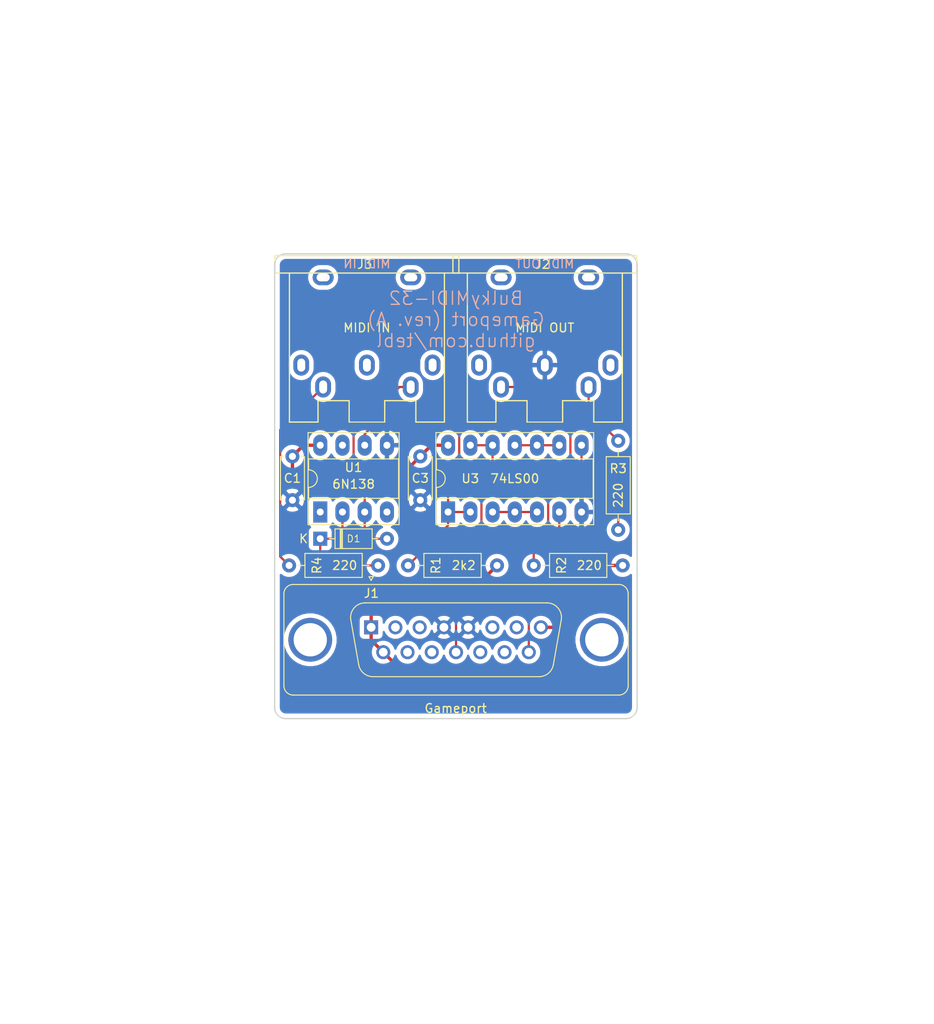
<source format=kicad_pcb>
(kicad_pcb (version 20171130) (host pcbnew "(5.1.8)-1")

  (general
    (thickness 1.6)
    (drawings 11)
    (tracks 84)
    (zones 0)
    (modules 12)
    (nets 14)
  )

  (page A4)
  (layers
    (0 F.Cu signal)
    (31 B.Cu signal)
    (32 B.Adhes user)
    (33 F.Adhes user)
    (34 B.Paste user)
    (35 F.Paste user)
    (36 B.SilkS user)
    (37 F.SilkS user)
    (38 B.Mask user)
    (39 F.Mask user)
    (40 Dwgs.User user)
    (41 Cmts.User user)
    (42 Eco1.User user)
    (43 Eco2.User user)
    (44 Edge.Cuts user)
    (45 Margin user)
    (46 B.CrtYd user)
    (47 F.CrtYd user)
    (48 B.Fab user)
    (49 F.Fab user)
  )

  (setup
    (last_trace_width 0.25)
    (user_trace_width 0.381)
    (trace_clearance 0.2)
    (zone_clearance 0.508)
    (zone_45_only no)
    (trace_min 0.2)
    (via_size 0.6)
    (via_drill 0.4)
    (via_min_size 0.4)
    (via_min_drill 0.3)
    (user_via 1 0.4)
    (uvia_size 0.3)
    (uvia_drill 0.1)
    (uvias_allowed no)
    (uvia_min_size 0.2)
    (uvia_min_drill 0.1)
    (edge_width 0.15)
    (segment_width 0.2)
    (pcb_text_width 0.3)
    (pcb_text_size 1.5 1.5)
    (mod_edge_width 0.15)
    (mod_text_size 1 1)
    (mod_text_width 0.15)
    (pad_size 4 4)
    (pad_drill 3.048)
    (pad_to_mask_clearance 0)
    (aux_axis_origin 0 0)
    (visible_elements 7FFFFFFF)
    (pcbplotparams
      (layerselection 0x011fc_ffffffff)
      (usegerberextensions true)
      (usegerberattributes false)
      (usegerberadvancedattributes false)
      (creategerberjobfile false)
      (excludeedgelayer true)
      (linewidth 0.100000)
      (plotframeref false)
      (viasonmask false)
      (mode 1)
      (useauxorigin false)
      (hpglpennumber 1)
      (hpglpenspeed 20)
      (hpglpendiameter 15.000000)
      (psnegative false)
      (psa4output false)
      (plotreference true)
      (plotvalue true)
      (plotinvisibletext false)
      (padsonsilk false)
      (subtractmaskfromsilk false)
      (outputformat 1)
      (mirror false)
      (drillshape 0)
      (scaleselection 1)
      (outputdirectory "export/"))
  )

  (net 0 "")
  (net 1 GND)
  (net 2 +5V)
  (net 3 "Net-(D1-Pad1)")
  (net 4 "Net-(D1-Pad2)")
  (net 5 "Net-(J2-Pad5)")
  (net 6 "Net-(J2-Pad4)")
  (net 7 "Net-(J3-Pad4)")
  (net 8 "Net-(R1-Pad2)")
  (net 9 MIDI_TxD)
  (net 10 MIDI_RxD)
  (net 11 "Net-(R3-Pad2)")
  (net 12 "Net-(U3-Pad10)")
  (net 13 "Net-(U3-Pad3)")

  (net_class Default "This is the default net class."
    (clearance 0.2)
    (trace_width 0.25)
    (via_dia 0.6)
    (via_drill 0.4)
    (uvia_dia 0.3)
    (uvia_drill 0.1)
    (add_net MIDI_RxD)
    (add_net MIDI_TxD)
    (add_net "Net-(D1-Pad1)")
    (add_net "Net-(D1-Pad2)")
    (add_net "Net-(J2-Pad4)")
    (add_net "Net-(J2-Pad5)")
    (add_net "Net-(J3-Pad4)")
    (add_net "Net-(R1-Pad2)")
    (add_net "Net-(R3-Pad2)")
    (add_net "Net-(U3-Pad10)")
    (add_net "Net-(U3-Pad3)")
  )

  (net_class Power ""
    (clearance 0.2)
    (trace_width 0.381)
    (via_dia 1)
    (via_drill 0.4)
    (uvia_dia 0.3)
    (uvia_drill 0.1)
    (add_net +5V)
    (add_net GND)
  )

  (module BulkyMIDI-32:DIN5_MIDI locked (layer F.Cu) (tedit 61EDF634) (tstamp 61EEA0A9)
    (at 107.95 79.756 180)
    (path /5F99CA21)
    (fp_text reference J3 (at 0.25 11.5 180) (layer F.SilkS)
      (effects (font (size 1 1) (thickness 0.15)))
    )
    (fp_text value "MIDI IN" (at 0 4.25 180) (layer F.SilkS)
      (effects (font (size 1 1) (thickness 0.15)))
    )
    (fp_line (start -2.032 -6.5) (end 2.032 -6.5) (layer F.SilkS) (width 0.12))
    (fp_line (start 2.032 -6.5) (end 2.032 -4.064) (layer F.SilkS) (width 0.15))
    (fp_line (start -2.032 -6.5) (end -2.032 -4.064) (layer F.SilkS) (width 0.15))
    (fp_line (start 5.588 -6.5) (end 5.588 -4.064) (layer F.SilkS) (width 0.15))
    (fp_line (start -5.588 -6.5) (end -5.588 -4.064) (layer F.SilkS) (width 0.15))
    (fp_line (start 8.85 -6.5) (end 5.588 -6.5) (layer F.SilkS) (width 0.15))
    (fp_line (start 2.032 -4.064) (end 5.588 -4.064) (layer F.SilkS) (width 0.15))
    (fp_line (start -5.588 -4.064) (end -2.032 -4.064) (layer F.SilkS) (width 0.15))
    (fp_line (start -8.85 -6.5) (end -5.588 -6.5) (layer F.SilkS) (width 0.15))
    (fp_line (start -8.85 10.5) (end -8.85 -6.5) (layer F.SilkS) (width 0.15))
    (fp_line (start 8.85 -6.5) (end 8.85 10.5) (layer F.SilkS) (width 0.15))
    (fp_line (start -10.5 12.5) (end -10.5 10.5) (layer F.SilkS) (width 0.15))
    (fp_line (start -10.5 10.5) (end 10.5 10.5) (layer F.SilkS) (width 0.15))
    (fp_line (start 10.5 10.5) (end 10.5 12.5) (layer F.SilkS) (width 0.15))
    (fp_line (start 0 12.5) (end 10.5 12.5) (layer F.SilkS) (width 0.15))
    (fp_line (start 0 12.5) (end -10.5 12.5) (layer F.SilkS) (width 0.15))
    (pad 2 thru_hole oval (at 0 0 180) (size 1.8 2.4) (drill oval 0.9 1.5) (layers *.Cu *.Mask))
    (pad "" np_thru_hole oval (at 5 10 180) (size 2.4 1.8) (drill oval 1.5 0.9) (layers *.Cu *.Mask))
    (pad "" np_thru_hole oval (at -5 10 180) (size 2.4 1.8) (drill oval 1.5 0.9) (layers *.Cu *.Mask))
    (pad 1 thru_hole oval (at 7.5 0 180) (size 1.8 2.4) (drill oval 0.9 1.5) (layers *.Cu *.Mask))
    (pad 3 thru_hole oval (at -7.5 0 180) (size 1.8 2.4) (drill oval 0.9 1.5) (layers *.Cu *.Mask))
    (pad 4 thru_hole oval (at 5 -2.5 180) (size 1.8 2.4) (drill oval 0.9 1.5) (layers *.Cu *.Mask)
      (net 7 "Net-(J3-Pad4)"))
    (pad 5 thru_hole oval (at -5 -2.5 180) (size 1.8 2.4) (drill oval 0.9 1.5) (layers *.Cu *.Mask)
      (net 4 "Net-(D1-Pad2)"))
  )

  (module BulkyMIDI-32:DIN5_MIDI locked (layer F.Cu) (tedit 61EDF634) (tstamp 61EEA08E)
    (at 128.27 79.756 180)
    (path /5FBFBE67)
    (fp_text reference J2 (at 0.25 11.5 180) (layer F.SilkS)
      (effects (font (size 1 1) (thickness 0.15)))
    )
    (fp_text value "MIDI OUT" (at 0 4.25 180) (layer F.SilkS)
      (effects (font (size 1 1) (thickness 0.15)))
    )
    (fp_line (start -2.032 -6.5) (end 2.032 -6.5) (layer F.SilkS) (width 0.12))
    (fp_line (start 2.032 -6.5) (end 2.032 -4.064) (layer F.SilkS) (width 0.15))
    (fp_line (start -2.032 -6.5) (end -2.032 -4.064) (layer F.SilkS) (width 0.15))
    (fp_line (start 5.588 -6.5) (end 5.588 -4.064) (layer F.SilkS) (width 0.15))
    (fp_line (start -5.588 -6.5) (end -5.588 -4.064) (layer F.SilkS) (width 0.15))
    (fp_line (start 8.85 -6.5) (end 5.588 -6.5) (layer F.SilkS) (width 0.15))
    (fp_line (start 2.032 -4.064) (end 5.588 -4.064) (layer F.SilkS) (width 0.15))
    (fp_line (start -5.588 -4.064) (end -2.032 -4.064) (layer F.SilkS) (width 0.15))
    (fp_line (start -8.85 -6.5) (end -5.588 -6.5) (layer F.SilkS) (width 0.15))
    (fp_line (start -8.85 10.5) (end -8.85 -6.5) (layer F.SilkS) (width 0.15))
    (fp_line (start 8.85 -6.5) (end 8.85 10.5) (layer F.SilkS) (width 0.15))
    (fp_line (start -10.5 12.5) (end -10.5 10.5) (layer F.SilkS) (width 0.15))
    (fp_line (start -10.5 10.5) (end 10.5 10.5) (layer F.SilkS) (width 0.15))
    (fp_line (start 10.5 10.5) (end 10.5 12.5) (layer F.SilkS) (width 0.15))
    (fp_line (start 0 12.5) (end 10.5 12.5) (layer F.SilkS) (width 0.15))
    (fp_line (start 0 12.5) (end -10.5 12.5) (layer F.SilkS) (width 0.15))
    (pad 2 thru_hole oval (at 0 0 180) (size 1.8 2.4) (drill oval 0.9 1.5) (layers *.Cu *.Mask)
      (net 1 GND))
    (pad "" np_thru_hole oval (at 5 10 180) (size 2.4 1.8) (drill oval 1.5 0.9) (layers *.Cu *.Mask))
    (pad "" np_thru_hole oval (at -5 10 180) (size 2.4 1.8) (drill oval 1.5 0.9) (layers *.Cu *.Mask))
    (pad 1 thru_hole oval (at 7.5 0 180) (size 1.8 2.4) (drill oval 0.9 1.5) (layers *.Cu *.Mask))
    (pad 3 thru_hole oval (at -7.5 0 180) (size 1.8 2.4) (drill oval 0.9 1.5) (layers *.Cu *.Mask))
    (pad 4 thru_hole oval (at 5 -2.5 180) (size 1.8 2.4) (drill oval 0.9 1.5) (layers *.Cu *.Mask)
      (net 6 "Net-(J2-Pad4)"))
    (pad 5 thru_hole oval (at -5 -2.5 180) (size 1.8 2.4) (drill oval 0.9 1.5) (layers *.Cu *.Mask)
      (net 5 "Net-(J2-Pad5)"))
  )

  (module Diode_THT:D_DO-35_SOD27_P7.62mm_Horizontal (layer F.Cu) (tedit 5AE50CD5) (tstamp 6204C294)
    (at 102.616 99.568)
    (descr "Diode, DO-35_SOD27 series, Axial, Horizontal, pin pitch=7.62mm, , length*diameter=4*2mm^2, , http://www.diodes.com/_files/packages/DO-35.pdf")
    (tags "Diode DO-35_SOD27 series Axial Horizontal pin pitch 7.62mm  length 4mm diameter 2mm")
    (path /5F99E152)
    (fp_text reference D1 (at 3.81 0) (layer F.SilkS)
      (effects (font (size 0.8 0.8) (thickness 0.1)))
    )
    (fp_text value 1N4148 (at 3.81 2.12) (layer F.Fab)
      (effects (font (size 1 1) (thickness 0.15)))
    )
    (fp_line (start 8.67 -1.25) (end -1.05 -1.25) (layer F.CrtYd) (width 0.05))
    (fp_line (start 8.67 1.25) (end 8.67 -1.25) (layer F.CrtYd) (width 0.05))
    (fp_line (start -1.05 1.25) (end 8.67 1.25) (layer F.CrtYd) (width 0.05))
    (fp_line (start -1.05 -1.25) (end -1.05 1.25) (layer F.CrtYd) (width 0.05))
    (fp_line (start 2.29 -1.12) (end 2.29 1.12) (layer F.SilkS) (width 0.12))
    (fp_line (start 2.53 -1.12) (end 2.53 1.12) (layer F.SilkS) (width 0.12))
    (fp_line (start 2.41 -1.12) (end 2.41 1.12) (layer F.SilkS) (width 0.12))
    (fp_line (start 6.58 0) (end 5.93 0) (layer F.SilkS) (width 0.12))
    (fp_line (start 1.04 0) (end 1.69 0) (layer F.SilkS) (width 0.12))
    (fp_line (start 5.93 -1.12) (end 1.69 -1.12) (layer F.SilkS) (width 0.12))
    (fp_line (start 5.93 1.12) (end 5.93 -1.12) (layer F.SilkS) (width 0.12))
    (fp_line (start 1.69 1.12) (end 5.93 1.12) (layer F.SilkS) (width 0.12))
    (fp_line (start 1.69 -1.12) (end 1.69 1.12) (layer F.SilkS) (width 0.12))
    (fp_line (start 2.31 -1) (end 2.31 1) (layer F.Fab) (width 0.1))
    (fp_line (start 2.51 -1) (end 2.51 1) (layer F.Fab) (width 0.1))
    (fp_line (start 2.41 -1) (end 2.41 1) (layer F.Fab) (width 0.1))
    (fp_line (start 7.62 0) (end 5.81 0) (layer F.Fab) (width 0.1))
    (fp_line (start 0 0) (end 1.81 0) (layer F.Fab) (width 0.1))
    (fp_line (start 5.81 -1) (end 1.81 -1) (layer F.Fab) (width 0.1))
    (fp_line (start 5.81 1) (end 5.81 -1) (layer F.Fab) (width 0.1))
    (fp_line (start 1.81 1) (end 5.81 1) (layer F.Fab) (width 0.1))
    (fp_line (start 1.81 -1) (end 1.81 1) (layer F.Fab) (width 0.1))
    (fp_text user %R (at 4.11 0) (layer F.Fab)
      (effects (font (size 0.8 0.8) (thickness 0.12)))
    )
    (fp_text user K (at -1.905 0) (layer F.Fab)
      (effects (font (size 1 1) (thickness 0.15)))
    )
    (fp_text user K (at -1.905 0) (layer F.SilkS)
      (effects (font (size 1 1) (thickness 0.15)))
    )
    (pad 1 thru_hole rect (at 0 0) (size 1.6 1.6) (drill 0.8) (layers *.Cu *.Mask)
      (net 3 "Net-(D1-Pad1)"))
    (pad 2 thru_hole oval (at 7.62 0) (size 1.6 1.6) (drill 0.8) (layers *.Cu *.Mask)
      (net 4 "Net-(D1-Pad2)"))
    (model ${KISYS3DMOD}/Diode_THT.3dshapes/D_DO-35_SOD27_P7.62mm_Horizontal.wrl
      (at (xyz 0 0 0))
      (scale (xyz 1 1 1))
      (rotate (xyz 0 0 0))
    )
  )

  (module RND_DSUB:DSUB-15_Male_Vertical_Pitch2.77x2.84mm (layer F.Cu) (tedit 5BC76C20) (tstamp 6204C2D1)
    (at 108.4326 109.6772)
    (descr "15-pin D-Sub connector, straight/vertical, THT-mount, male, pitch 2.77x2.84mm, distance of mounting holes 33.3mm, see https://disti-assets.s3.amazonaws.com/tonar/files/datasheets/16730.pdf")
    (tags "15-pin D-Sub connector straight vertical THT male pitch 2.77x2.84mm mounting holes distance 33.3mm")
    (path /620AD515)
    (fp_text reference J1 (at 0.0254 -3.8862) (layer F.SilkS)
      (effects (font (size 1 1) (thickness 0.15)))
    )
    (fp_text value Gameport (at 9.652 9.2456) (layer F.SilkS)
      (effects (font (size 1 1) (thickness 0.15)))
    )
    (fp_line (start 29.8 -5.35) (end -10.45 -5.35) (layer F.CrtYd) (width 0.05))
    (fp_line (start 29.8 8.2) (end 29.8 -5.35) (layer F.CrtYd) (width 0.05))
    (fp_line (start -10.45 8.2) (end 29.8 8.2) (layer F.CrtYd) (width 0.05))
    (fp_line (start -10.45 -5.35) (end -10.45 8.2) (layer F.CrtYd) (width 0.05))
    (fp_line (start -2.32147 -0.841744) (end -1.422202 4.258256) (layer F.SilkS) (width 0.12))
    (fp_line (start 21.71147 -0.841744) (end 20.812202 4.258256) (layer F.SilkS) (width 0.12))
    (fp_line (start 0.212579 5.63) (end 19.177421 5.63) (layer F.SilkS) (width 0.12))
    (fp_line (start -0.686689 -2.79) (end 20.076689 -2.79) (layer F.SilkS) (width 0.12))
    (fp_line (start -2.273887 -0.852163) (end -1.374619 4.247837) (layer F.Fab) (width 0.1))
    (fp_line (start 21.663887 -0.852163) (end 20.764619 4.247837) (layer F.Fab) (width 0.1))
    (fp_line (start 0.201073 5.57) (end 19.188927 5.57) (layer F.Fab) (width 0.1))
    (fp_line (start -0.698194 -2.73) (end 20.088194 -2.73) (layer F.Fab) (width 0.1))
    (fp_line (start 0 -5.351325) (end -0.25 -5.784338) (layer F.SilkS) (width 0.12))
    (fp_line (start 0.25 -5.784338) (end 0 -5.351325) (layer F.SilkS) (width 0.12))
    (fp_line (start -0.25 -5.784338) (end 0.25 -5.784338) (layer F.SilkS) (width 0.12))
    (fp_line (start -9.965 6.67) (end -9.965 -3.83) (layer F.SilkS) (width 0.12))
    (fp_line (start 28.295 7.73) (end -8.905 7.73) (layer F.SilkS) (width 0.12))
    (fp_line (start 29.355 -3.83) (end 29.355 6.67) (layer F.SilkS) (width 0.12))
    (fp_line (start -8.905 -4.89) (end 28.295 -4.89) (layer F.SilkS) (width 0.12))
    (fp_line (start -9.905 6.67) (end -9.905 -3.83) (layer F.Fab) (width 0.1))
    (fp_line (start 28.295 7.67) (end -8.905 7.67) (layer F.Fab) (width 0.1))
    (fp_line (start 29.295 -3.83) (end 29.295 6.67) (layer F.Fab) (width 0.1))
    (fp_line (start -8.905 -4.83) (end 28.295 -4.83) (layer F.Fab) (width 0.1))
    (fp_arc (start -8.905 -3.83) (end -9.905 -3.83) (angle 90) (layer F.Fab) (width 0.1))
    (fp_arc (start 28.295 -3.83) (end 28.295 -4.83) (angle 90) (layer F.Fab) (width 0.1))
    (fp_arc (start -8.905 6.67) (end -9.905 6.67) (angle -90) (layer F.Fab) (width 0.1))
    (fp_arc (start 28.295 6.67) (end 29.295 6.67) (angle 90) (layer F.Fab) (width 0.1))
    (fp_arc (start -8.905 -3.83) (end -9.965 -3.83) (angle 90) (layer F.SilkS) (width 0.12))
    (fp_arc (start 28.295 -3.83) (end 28.295 -4.89) (angle 90) (layer F.SilkS) (width 0.12))
    (fp_arc (start -8.905 6.67) (end -9.965 6.67) (angle -90) (layer F.SilkS) (width 0.12))
    (fp_arc (start 28.295 6.67) (end 29.355 6.67) (angle 90) (layer F.SilkS) (width 0.12))
    (fp_arc (start -0.698194 -1.13) (end -0.698194 -2.73) (angle -100) (layer F.Fab) (width 0.1))
    (fp_arc (start 20.088194 -1.13) (end 20.088194 -2.73) (angle 100) (layer F.Fab) (width 0.1))
    (fp_arc (start 0.201073 3.97) (end 0.201073 5.57) (angle 80) (layer F.Fab) (width 0.1))
    (fp_arc (start 19.188927 3.97) (end 19.188927 5.57) (angle -80) (layer F.Fab) (width 0.1))
    (fp_arc (start -0.686689 -1.13) (end -0.686689 -2.79) (angle -100) (layer F.SilkS) (width 0.12))
    (fp_arc (start 20.076689 -1.13) (end 20.076689 -2.79) (angle 100) (layer F.SilkS) (width 0.12))
    (fp_arc (start 0.212579 3.97) (end 0.212579 5.63) (angle 80) (layer F.SilkS) (width 0.12))
    (fp_arc (start 19.177421 3.97) (end 19.177421 5.63) (angle -80) (layer F.SilkS) (width 0.12))
    (fp_text user %R (at 9.695 1.42) (layer F.Fab)
      (effects (font (size 1 1) (thickness 0.15)))
    )
    (pad 1 thru_hole rect (at 0 0) (size 1.6 1.6) (drill 1) (layers *.Cu *.Mask)
      (net 2 +5V))
    (pad 2 thru_hole circle (at 2.77 0) (size 1.6 1.6) (drill 1) (layers *.Cu *.Mask))
    (pad 3 thru_hole circle (at 5.54 0) (size 1.6 1.6) (drill 1) (layers *.Cu *.Mask))
    (pad 4 thru_hole circle (at 8.31 0) (size 1.6 1.6) (drill 1) (layers *.Cu *.Mask)
      (net 1 GND))
    (pad 5 thru_hole circle (at 11.08 0) (size 1.6 1.6) (drill 1) (layers *.Cu *.Mask)
      (net 1 GND))
    (pad 6 thru_hole circle (at 13.85 0) (size 1.6 1.6) (drill 1) (layers *.Cu *.Mask))
    (pad 7 thru_hole circle (at 16.62 0) (size 1.6 1.6) (drill 1) (layers *.Cu *.Mask))
    (pad 8 thru_hole circle (at 19.39 0) (size 1.6 1.6) (drill 1) (layers *.Cu *.Mask)
      (net 2 +5V))
    (pad 9 thru_hole circle (at 1.385 2.84) (size 1.6 1.6) (drill 1) (layers *.Cu *.Mask)
      (net 2 +5V))
    (pad 10 thru_hole circle (at 4.155 2.84) (size 1.6 1.6) (drill 1) (layers *.Cu *.Mask))
    (pad 11 thru_hole circle (at 6.925 2.84) (size 1.6 1.6) (drill 1) (layers *.Cu *.Mask))
    (pad 12 thru_hole circle (at 9.695 2.84) (size 1.6 1.6) (drill 1) (layers *.Cu *.Mask)
      (net 9 MIDI_TxD))
    (pad 13 thru_hole circle (at 12.465 2.84) (size 1.6 1.6) (drill 1) (layers *.Cu *.Mask))
    (pad 14 thru_hole circle (at 15.235 2.84) (size 1.6 1.6) (drill 1) (layers *.Cu *.Mask))
    (pad 15 thru_hole circle (at 18.005 2.84) (size 1.6 1.6) (drill 1) (layers *.Cu *.Mask)
      (net 10 MIDI_RxD))
    (pad "" np_thru_hole circle (at -6.955 1.42) (size 5 5) (drill 3.8) (layers *.Cu *.Mask))
    (pad "" np_thru_hole circle (at 26.345 1.42) (size 5 5) (drill 3.8) (layers *.Cu *.Mask))
    (model ${KISYS3DMOD}/Connectors_DSub.3dshapes/DSUB-15_Male_Vertical_Pitch2.77x2.84mm.wrl
      (at (xyz 0 0 0))
      (scale (xyz 1 1 1))
      (rotate (xyz 0 0 0))
    )
  )

  (module Resistor_THT:R_Axial_DIN0207_L6.3mm_D2.5mm_P10.16mm_Horizontal (layer F.Cu) (tedit 5AE5139B) (tstamp 6204C2E8)
    (at 122.809 102.616 180)
    (descr "Resistor, Axial_DIN0207 series, Axial, Horizontal, pin pitch=10.16mm, 0.25W = 1/4W, length*diameter=6.3*2.5mm^2, http://cdn-reichelt.de/documents/datenblatt/B400/1_4W%23YAG.pdf")
    (tags "Resistor Axial_DIN0207 series Axial Horizontal pin pitch 10.16mm 0.25W = 1/4W length 6.3mm diameter 2.5mm")
    (path /6219F0FD)
    (fp_text reference R1 (at 6.985 0 90) (layer F.SilkS)
      (effects (font (size 1 1) (thickness 0.15)))
    )
    (fp_text value 2k2 (at 3.81 0) (layer F.SilkS)
      (effects (font (size 1 1) (thickness 0.15)))
    )
    (fp_line (start 1.93 -1.25) (end 1.93 1.25) (layer F.Fab) (width 0.1))
    (fp_line (start 1.93 1.25) (end 8.23 1.25) (layer F.Fab) (width 0.1))
    (fp_line (start 8.23 1.25) (end 8.23 -1.25) (layer F.Fab) (width 0.1))
    (fp_line (start 8.23 -1.25) (end 1.93 -1.25) (layer F.Fab) (width 0.1))
    (fp_line (start 0 0) (end 1.93 0) (layer F.Fab) (width 0.1))
    (fp_line (start 10.16 0) (end 8.23 0) (layer F.Fab) (width 0.1))
    (fp_line (start 1.81 -1.37) (end 1.81 1.37) (layer F.SilkS) (width 0.12))
    (fp_line (start 1.81 1.37) (end 8.35 1.37) (layer F.SilkS) (width 0.12))
    (fp_line (start 8.35 1.37) (end 8.35 -1.37) (layer F.SilkS) (width 0.12))
    (fp_line (start 8.35 -1.37) (end 1.81 -1.37) (layer F.SilkS) (width 0.12))
    (fp_line (start 1.04 0) (end 1.81 0) (layer F.SilkS) (width 0.12))
    (fp_line (start 9.12 0) (end 8.35 0) (layer F.SilkS) (width 0.12))
    (fp_line (start -1.05 -1.5) (end -1.05 1.5) (layer F.CrtYd) (width 0.05))
    (fp_line (start -1.05 1.5) (end 11.21 1.5) (layer F.CrtYd) (width 0.05))
    (fp_line (start 11.21 1.5) (end 11.21 -1.5) (layer F.CrtYd) (width 0.05))
    (fp_line (start 11.21 -1.5) (end -1.05 -1.5) (layer F.CrtYd) (width 0.05))
    (fp_text user %R (at 6.985 0 90) (layer F.Fab)
      (effects (font (size 1 1) (thickness 0.15)))
    )
    (pad 2 thru_hole oval (at 10.16 0 180) (size 1.6 1.6) (drill 0.8) (layers *.Cu *.Mask)
      (net 8 "Net-(R1-Pad2)"))
    (pad 1 thru_hole circle (at 0 0 180) (size 1.6 1.6) (drill 0.8) (layers *.Cu *.Mask)
      (net 2 +5V))
    (model ${KISYS3DMOD}/Resistor_THT.3dshapes/R_Axial_DIN0207_L6.3mm_D2.5mm_P10.16mm_Horizontal.wrl
      (at (xyz 0 0 0))
      (scale (xyz 1 1 1))
      (rotate (xyz 0 0 0))
    )
  )

  (module Resistor_THT:R_Axial_DIN0207_L6.3mm_D2.5mm_P10.16mm_Horizontal (layer F.Cu) (tedit 5AE5139B) (tstamp 6204C2FF)
    (at 137.16 102.616 180)
    (descr "Resistor, Axial_DIN0207 series, Axial, Horizontal, pin pitch=10.16mm, 0.25W = 1/4W, length*diameter=6.3*2.5mm^2, http://cdn-reichelt.de/documents/datenblatt/B400/1_4W%23YAG.pdf")
    (tags "Resistor Axial_DIN0207 series Axial Horizontal pin pitch 10.16mm 0.25W = 1/4W length 6.3mm diameter 2.5mm")
    (path /5FD00C73)
    (fp_text reference R2 (at 6.985 0 90) (layer F.SilkS)
      (effects (font (size 1 1) (thickness 0.15)))
    )
    (fp_text value 220 (at 3.81 0) (layer F.SilkS)
      (effects (font (size 1 1) (thickness 0.15)))
    )
    (fp_line (start 11.21 -1.5) (end -1.05 -1.5) (layer F.CrtYd) (width 0.05))
    (fp_line (start 11.21 1.5) (end 11.21 -1.5) (layer F.CrtYd) (width 0.05))
    (fp_line (start -1.05 1.5) (end 11.21 1.5) (layer F.CrtYd) (width 0.05))
    (fp_line (start -1.05 -1.5) (end -1.05 1.5) (layer F.CrtYd) (width 0.05))
    (fp_line (start 9.12 0) (end 8.35 0) (layer F.SilkS) (width 0.12))
    (fp_line (start 1.04 0) (end 1.81 0) (layer F.SilkS) (width 0.12))
    (fp_line (start 8.35 -1.37) (end 1.81 -1.37) (layer F.SilkS) (width 0.12))
    (fp_line (start 8.35 1.37) (end 8.35 -1.37) (layer F.SilkS) (width 0.12))
    (fp_line (start 1.81 1.37) (end 8.35 1.37) (layer F.SilkS) (width 0.12))
    (fp_line (start 1.81 -1.37) (end 1.81 1.37) (layer F.SilkS) (width 0.12))
    (fp_line (start 10.16 0) (end 8.23 0) (layer F.Fab) (width 0.1))
    (fp_line (start 0 0) (end 1.93 0) (layer F.Fab) (width 0.1))
    (fp_line (start 8.23 -1.25) (end 1.93 -1.25) (layer F.Fab) (width 0.1))
    (fp_line (start 8.23 1.25) (end 8.23 -1.25) (layer F.Fab) (width 0.1))
    (fp_line (start 1.93 1.25) (end 8.23 1.25) (layer F.Fab) (width 0.1))
    (fp_line (start 1.93 -1.25) (end 1.93 1.25) (layer F.Fab) (width 0.1))
    (fp_text user %R (at 6.985 0 90) (layer F.Fab)
      (effects (font (size 1 1) (thickness 0.15)))
    )
    (pad 1 thru_hole circle (at 0 0 180) (size 1.6 1.6) (drill 0.8) (layers *.Cu *.Mask)
      (net 2 +5V))
    (pad 2 thru_hole oval (at 10.16 0 180) (size 1.6 1.6) (drill 0.8) (layers *.Cu *.Mask)
      (net 6 "Net-(J2-Pad4)"))
    (model ${KISYS3DMOD}/Resistor_THT.3dshapes/R_Axial_DIN0207_L6.3mm_D2.5mm_P10.16mm_Horizontal.wrl
      (at (xyz 0 0 0))
      (scale (xyz 1 1 1))
      (rotate (xyz 0 0 0))
    )
  )

  (module Resistor_THT:R_Axial_DIN0207_L6.3mm_D2.5mm_P10.16mm_Horizontal (layer F.Cu) (tedit 5AE5139B) (tstamp 62059B4B)
    (at 136.652 88.392 270)
    (descr "Resistor, Axial_DIN0207 series, Axial, Horizontal, pin pitch=10.16mm, 0.25W = 1/4W, length*diameter=6.3*2.5mm^2, http://cdn-reichelt.de/documents/datenblatt/B400/1_4W%23YAG.pdf")
    (tags "Resistor Axial_DIN0207 series Axial Horizontal pin pitch 10.16mm 0.25W = 1/4W length 6.3mm diameter 2.5mm")
    (path /622D9678)
    (fp_text reference R3 (at 3.175 0 180) (layer F.SilkS)
      (effects (font (size 1 1) (thickness 0.15)))
    )
    (fp_text value 220 (at 6.223 0 90) (layer F.SilkS)
      (effects (font (size 1 1) (thickness 0.15)))
    )
    (fp_line (start 1.93 -1.25) (end 1.93 1.25) (layer F.Fab) (width 0.1))
    (fp_line (start 1.93 1.25) (end 8.23 1.25) (layer F.Fab) (width 0.1))
    (fp_line (start 8.23 1.25) (end 8.23 -1.25) (layer F.Fab) (width 0.1))
    (fp_line (start 8.23 -1.25) (end 1.93 -1.25) (layer F.Fab) (width 0.1))
    (fp_line (start 0 0) (end 1.93 0) (layer F.Fab) (width 0.1))
    (fp_line (start 10.16 0) (end 8.23 0) (layer F.Fab) (width 0.1))
    (fp_line (start 1.81 -1.37) (end 1.81 1.37) (layer F.SilkS) (width 0.12))
    (fp_line (start 1.81 1.37) (end 8.35 1.37) (layer F.SilkS) (width 0.12))
    (fp_line (start 8.35 1.37) (end 8.35 -1.37) (layer F.SilkS) (width 0.12))
    (fp_line (start 8.35 -1.37) (end 1.81 -1.37) (layer F.SilkS) (width 0.12))
    (fp_line (start 1.04 0) (end 1.81 0) (layer F.SilkS) (width 0.12))
    (fp_line (start 9.12 0) (end 8.35 0) (layer F.SilkS) (width 0.12))
    (fp_line (start -1.05 -1.5) (end -1.05 1.5) (layer F.CrtYd) (width 0.05))
    (fp_line (start -1.05 1.5) (end 11.21 1.5) (layer F.CrtYd) (width 0.05))
    (fp_line (start 11.21 1.5) (end 11.21 -1.5) (layer F.CrtYd) (width 0.05))
    (fp_line (start 11.21 -1.5) (end -1.05 -1.5) (layer F.CrtYd) (width 0.05))
    (fp_text user %R (at 3.175 0 180) (layer F.Fab)
      (effects (font (size 1 1) (thickness 0.15)))
    )
    (pad 2 thru_hole oval (at 10.16 0 270) (size 1.6 1.6) (drill 0.8) (layers *.Cu *.Mask)
      (net 11 "Net-(R3-Pad2)"))
    (pad 1 thru_hole circle (at 0 0 270) (size 1.6 1.6) (drill 0.8) (layers *.Cu *.Mask)
      (net 5 "Net-(J2-Pad5)"))
    (model ${KISYS3DMOD}/Resistor_THT.3dshapes/R_Axial_DIN0207_L6.3mm_D2.5mm_P10.16mm_Horizontal.wrl
      (at (xyz 0 0 0))
      (scale (xyz 1 1 1))
      (rotate (xyz 0 0 0))
    )
  )

  (module Resistor_THT:R_Axial_DIN0207_L6.3mm_D2.5mm_P10.16mm_Horizontal (layer F.Cu) (tedit 5AE5139B) (tstamp 6204C32D)
    (at 109.22 102.616 180)
    (descr "Resistor, Axial_DIN0207 series, Axial, Horizontal, pin pitch=10.16mm, 0.25W = 1/4W, length*diameter=6.3*2.5mm^2, http://cdn-reichelt.de/documents/datenblatt/B400/1_4W%23YAG.pdf")
    (tags "Resistor Axial_DIN0207 series Axial Horizontal pin pitch 10.16mm 0.25W = 1/4W length 6.3mm diameter 2.5mm")
    (path /5F99E885)
    (fp_text reference R4 (at 6.985 0 90) (layer F.SilkS)
      (effects (font (size 1 1) (thickness 0.15)))
    )
    (fp_text value 220 (at 3.81 0) (layer F.SilkS)
      (effects (font (size 1 1) (thickness 0.15)))
    )
    (fp_line (start 11.21 -1.5) (end -1.05 -1.5) (layer F.CrtYd) (width 0.05))
    (fp_line (start 11.21 1.5) (end 11.21 -1.5) (layer F.CrtYd) (width 0.05))
    (fp_line (start -1.05 1.5) (end 11.21 1.5) (layer F.CrtYd) (width 0.05))
    (fp_line (start -1.05 -1.5) (end -1.05 1.5) (layer F.CrtYd) (width 0.05))
    (fp_line (start 9.12 0) (end 8.35 0) (layer F.SilkS) (width 0.12))
    (fp_line (start 1.04 0) (end 1.81 0) (layer F.SilkS) (width 0.12))
    (fp_line (start 8.35 -1.37) (end 1.81 -1.37) (layer F.SilkS) (width 0.12))
    (fp_line (start 8.35 1.37) (end 8.35 -1.37) (layer F.SilkS) (width 0.12))
    (fp_line (start 1.81 1.37) (end 8.35 1.37) (layer F.SilkS) (width 0.12))
    (fp_line (start 1.81 -1.37) (end 1.81 1.37) (layer F.SilkS) (width 0.12))
    (fp_line (start 10.16 0) (end 8.23 0) (layer F.Fab) (width 0.1))
    (fp_line (start 0 0) (end 1.93 0) (layer F.Fab) (width 0.1))
    (fp_line (start 8.23 -1.25) (end 1.93 -1.25) (layer F.Fab) (width 0.1))
    (fp_line (start 8.23 1.25) (end 8.23 -1.25) (layer F.Fab) (width 0.1))
    (fp_line (start 1.93 1.25) (end 8.23 1.25) (layer F.Fab) (width 0.1))
    (fp_line (start 1.93 -1.25) (end 1.93 1.25) (layer F.Fab) (width 0.1))
    (fp_text user %R (at 6.985 0 90) (layer F.Fab)
      (effects (font (size 1 1) (thickness 0.15)))
    )
    (pad 1 thru_hole circle (at 0 0 180) (size 1.6 1.6) (drill 0.8) (layers *.Cu *.Mask)
      (net 3 "Net-(D1-Pad1)"))
    (pad 2 thru_hole oval (at 10.16 0 180) (size 1.6 1.6) (drill 0.8) (layers *.Cu *.Mask)
      (net 7 "Net-(J3-Pad4)"))
    (model ${KISYS3DMOD}/Resistor_THT.3dshapes/R_Axial_DIN0207_L6.3mm_D2.5mm_P10.16mm_Horizontal.wrl
      (at (xyz 0 0 0))
      (scale (xyz 1 1 1))
      (rotate (xyz 0 0 0))
    )
  )

  (module Package_DIP:DIP-8_W7.62mm_Socket_LongPads (layer F.Cu) (tedit 5A02E8C5) (tstamp 6204C351)
    (at 102.616 96.52 90)
    (descr "8-lead though-hole mounted DIP package, row spacing 7.62 mm (300 mils), Socket, LongPads")
    (tags "THT DIP DIL PDIP 2.54mm 7.62mm 300mil Socket LongPads")
    (path /62109585)
    (fp_text reference U1 (at 5.08 3.81 180) (layer F.SilkS)
      (effects (font (size 1 1) (thickness 0.15)))
    )
    (fp_text value 6N138 (at 3.175 3.81 180) (layer F.SilkS)
      (effects (font (size 1 1) (thickness 0.15)))
    )
    (fp_line (start 9.15 -1.6) (end -1.55 -1.6) (layer F.CrtYd) (width 0.05))
    (fp_line (start 9.15 9.2) (end 9.15 -1.6) (layer F.CrtYd) (width 0.05))
    (fp_line (start -1.55 9.2) (end 9.15 9.2) (layer F.CrtYd) (width 0.05))
    (fp_line (start -1.55 -1.6) (end -1.55 9.2) (layer F.CrtYd) (width 0.05))
    (fp_line (start 9.06 -1.39) (end -1.44 -1.39) (layer F.SilkS) (width 0.12))
    (fp_line (start 9.06 9.01) (end 9.06 -1.39) (layer F.SilkS) (width 0.12))
    (fp_line (start -1.44 9.01) (end 9.06 9.01) (layer F.SilkS) (width 0.12))
    (fp_line (start -1.44 -1.39) (end -1.44 9.01) (layer F.SilkS) (width 0.12))
    (fp_line (start 6.06 -1.33) (end 4.81 -1.33) (layer F.SilkS) (width 0.12))
    (fp_line (start 6.06 8.95) (end 6.06 -1.33) (layer F.SilkS) (width 0.12))
    (fp_line (start 1.56 8.95) (end 6.06 8.95) (layer F.SilkS) (width 0.12))
    (fp_line (start 1.56 -1.33) (end 1.56 8.95) (layer F.SilkS) (width 0.12))
    (fp_line (start 2.81 -1.33) (end 1.56 -1.33) (layer F.SilkS) (width 0.12))
    (fp_line (start 8.89 -1.33) (end -1.27 -1.33) (layer F.Fab) (width 0.1))
    (fp_line (start 8.89 8.95) (end 8.89 -1.33) (layer F.Fab) (width 0.1))
    (fp_line (start -1.27 8.95) (end 8.89 8.95) (layer F.Fab) (width 0.1))
    (fp_line (start -1.27 -1.33) (end -1.27 8.95) (layer F.Fab) (width 0.1))
    (fp_line (start 0.635 -0.27) (end 1.635 -1.27) (layer F.Fab) (width 0.1))
    (fp_line (start 0.635 8.89) (end 0.635 -0.27) (layer F.Fab) (width 0.1))
    (fp_line (start 6.985 8.89) (end 0.635 8.89) (layer F.Fab) (width 0.1))
    (fp_line (start 6.985 -1.27) (end 6.985 8.89) (layer F.Fab) (width 0.1))
    (fp_line (start 1.635 -1.27) (end 6.985 -1.27) (layer F.Fab) (width 0.1))
    (fp_arc (start 3.81 -1.33) (end 2.81 -1.33) (angle -180) (layer F.SilkS) (width 0.12))
    (fp_text user %R (at 5.08 3.81 180) (layer F.Fab)
      (effects (font (size 1 1) (thickness 0.15)))
    )
    (pad 1 thru_hole rect (at 0 0 90) (size 2.4 1.6) (drill 0.8) (layers *.Cu *.Mask))
    (pad 5 thru_hole oval (at 7.62 7.62 90) (size 2.4 1.6) (drill 0.8) (layers *.Cu *.Mask)
      (net 1 GND))
    (pad 2 thru_hole oval (at 0 2.54 90) (size 2.4 1.6) (drill 0.8) (layers *.Cu *.Mask)
      (net 3 "Net-(D1-Pad1)"))
    (pad 6 thru_hole oval (at 7.62 5.08 90) (size 2.4 1.6) (drill 0.8) (layers *.Cu *.Mask)
      (net 8 "Net-(R1-Pad2)"))
    (pad 3 thru_hole oval (at 0 5.08 90) (size 2.4 1.6) (drill 0.8) (layers *.Cu *.Mask)
      (net 4 "Net-(D1-Pad2)"))
    (pad 7 thru_hole oval (at 7.62 2.54 90) (size 2.4 1.6) (drill 0.8) (layers *.Cu *.Mask))
    (pad 4 thru_hole oval (at 0 7.62 90) (size 2.4 1.6) (drill 0.8) (layers *.Cu *.Mask))
    (pad 8 thru_hole oval (at 7.62 0 90) (size 2.4 1.6) (drill 0.8) (layers *.Cu *.Mask)
      (net 2 +5V))
    (model ${KISYS3DMOD}/Package_DIP.3dshapes/DIP-8_W7.62mm_Socket.wrl
      (at (xyz 0 0 0))
      (scale (xyz 1 1 1))
      (rotate (xyz 0 0 0))
    )
  )

  (module Package_DIP:DIP-14_W7.62mm_Socket_LongPads (layer F.Cu) (tedit 5A02E8C5) (tstamp 6204C37B)
    (at 117.221 96.52 90)
    (descr "14-lead though-hole mounted DIP package, row spacing 7.62 mm (300 mils), Socket, LongPads")
    (tags "THT DIP DIL PDIP 2.54mm 7.62mm 300mil Socket LongPads")
    (path /620D2C7D)
    (fp_text reference U3 (at 3.81 2.54 180) (layer F.SilkS)
      (effects (font (size 1 1) (thickness 0.15)))
    )
    (fp_text value 74LS00 (at 3.81 7.62 180) (layer F.SilkS)
      (effects (font (size 1 1) (thickness 0.15)))
    )
    (fp_line (start 9.15 -1.6) (end -1.55 -1.6) (layer F.CrtYd) (width 0.05))
    (fp_line (start 9.15 16.85) (end 9.15 -1.6) (layer F.CrtYd) (width 0.05))
    (fp_line (start -1.55 16.85) (end 9.15 16.85) (layer F.CrtYd) (width 0.05))
    (fp_line (start -1.55 -1.6) (end -1.55 16.85) (layer F.CrtYd) (width 0.05))
    (fp_line (start 9.06 -1.39) (end -1.44 -1.39) (layer F.SilkS) (width 0.12))
    (fp_line (start 9.06 16.63) (end 9.06 -1.39) (layer F.SilkS) (width 0.12))
    (fp_line (start -1.44 16.63) (end 9.06 16.63) (layer F.SilkS) (width 0.12))
    (fp_line (start -1.44 -1.39) (end -1.44 16.63) (layer F.SilkS) (width 0.12))
    (fp_line (start 6.06 -1.33) (end 4.81 -1.33) (layer F.SilkS) (width 0.12))
    (fp_line (start 6.06 16.57) (end 6.06 -1.33) (layer F.SilkS) (width 0.12))
    (fp_line (start 1.56 16.57) (end 6.06 16.57) (layer F.SilkS) (width 0.12))
    (fp_line (start 1.56 -1.33) (end 1.56 16.57) (layer F.SilkS) (width 0.12))
    (fp_line (start 2.81 -1.33) (end 1.56 -1.33) (layer F.SilkS) (width 0.12))
    (fp_line (start 8.89 -1.33) (end -1.27 -1.33) (layer F.Fab) (width 0.1))
    (fp_line (start 8.89 16.57) (end 8.89 -1.33) (layer F.Fab) (width 0.1))
    (fp_line (start -1.27 16.57) (end 8.89 16.57) (layer F.Fab) (width 0.1))
    (fp_line (start -1.27 -1.33) (end -1.27 16.57) (layer F.Fab) (width 0.1))
    (fp_line (start 0.635 -0.27) (end 1.635 -1.27) (layer F.Fab) (width 0.1))
    (fp_line (start 0.635 16.51) (end 0.635 -0.27) (layer F.Fab) (width 0.1))
    (fp_line (start 6.985 16.51) (end 0.635 16.51) (layer F.Fab) (width 0.1))
    (fp_line (start 6.985 -1.27) (end 6.985 16.51) (layer F.Fab) (width 0.1))
    (fp_line (start 1.635 -1.27) (end 6.985 -1.27) (layer F.Fab) (width 0.1))
    (fp_arc (start 3.81 -1.33) (end 2.81 -1.33) (angle -180) (layer F.SilkS) (width 0.12))
    (fp_text user %R (at 3.81 2.54 180) (layer F.Fab)
      (effects (font (size 1 1) (thickness 0.15)))
    )
    (pad 1 thru_hole rect (at 0 0 90) (size 2.4 1.6) (drill 0.8) (layers *.Cu *.Mask)
      (net 8 "Net-(R1-Pad2)"))
    (pad 8 thru_hole oval (at 7.62 15.24 90) (size 2.4 1.6) (drill 0.8) (layers *.Cu *.Mask)
      (net 11 "Net-(R3-Pad2)"))
    (pad 2 thru_hole oval (at 0 2.54 90) (size 2.4 1.6) (drill 0.8) (layers *.Cu *.Mask)
      (net 8 "Net-(R1-Pad2)"))
    (pad 9 thru_hole oval (at 7.62 12.7 90) (size 2.4 1.6) (drill 0.8) (layers *.Cu *.Mask)
      (net 12 "Net-(U3-Pad10)"))
    (pad 3 thru_hole oval (at 0 5.08 90) (size 2.4 1.6) (drill 0.8) (layers *.Cu *.Mask)
      (net 13 "Net-(U3-Pad3)"))
    (pad 10 thru_hole oval (at 7.62 10.16 90) (size 2.4 1.6) (drill 0.8) (layers *.Cu *.Mask)
      (net 12 "Net-(U3-Pad10)"))
    (pad 4 thru_hole oval (at 0 7.62 90) (size 2.4 1.6) (drill 0.8) (layers *.Cu *.Mask)
      (net 13 "Net-(U3-Pad3)"))
    (pad 11 thru_hole oval (at 7.62 7.62 90) (size 2.4 1.6) (drill 0.8) (layers *.Cu *.Mask)
      (net 12 "Net-(U3-Pad10)"))
    (pad 5 thru_hole oval (at 0 10.16 90) (size 2.4 1.6) (drill 0.8) (layers *.Cu *.Mask)
      (net 13 "Net-(U3-Pad3)"))
    (pad 12 thru_hole oval (at 7.62 5.08 90) (size 2.4 1.6) (drill 0.8) (layers *.Cu *.Mask)
      (net 9 MIDI_TxD))
    (pad 6 thru_hole oval (at 0 12.7 90) (size 2.4 1.6) (drill 0.8) (layers *.Cu *.Mask)
      (net 10 MIDI_RxD))
    (pad 13 thru_hole oval (at 7.62 2.54 90) (size 2.4 1.6) (drill 0.8) (layers *.Cu *.Mask)
      (net 9 MIDI_TxD))
    (pad 7 thru_hole oval (at 0 15.24 90) (size 2.4 1.6) (drill 0.8) (layers *.Cu *.Mask)
      (net 1 GND))
    (pad 14 thru_hole oval (at 7.62 0 90) (size 2.4 1.6) (drill 0.8) (layers *.Cu *.Mask)
      (net 2 +5V))
    (model ${KISYS3DMOD}/Package_DIP.3dshapes/DIP-14_W7.62mm_Socket.wrl
      (at (xyz 0 0 0))
      (scale (xyz 1 1 1))
      (rotate (xyz 0 0 0))
    )
  )

  (module Capacitor_THT:C_Disc_D4.7mm_W2.5mm_P5.00mm (layer F.Cu) (tedit 5AE50EF0) (tstamp 6205996A)
    (at 99.441 90.17 270)
    (descr "C, Disc series, Radial, pin pitch=5.00mm, , diameter*width=4.7*2.5mm^2, Capacitor, http://www.vishay.com/docs/45233/krseries.pdf")
    (tags "C Disc series Radial pin pitch 5.00mm  diameter 4.7mm width 2.5mm Capacitor")
    (path /5F0DF157)
    (fp_text reference C1 (at 2.5 0 180) (layer F.SilkS)
      (effects (font (size 1 1) (thickness 0.15)))
    )
    (fp_text value 100nF (at 2.5 2.5 90) (layer F.Fab)
      (effects (font (size 1 1) (thickness 0.15)))
    )
    (fp_line (start 0.15 -1.25) (end 0.15 1.25) (layer F.Fab) (width 0.1))
    (fp_line (start 0.15 1.25) (end 4.85 1.25) (layer F.Fab) (width 0.1))
    (fp_line (start 4.85 1.25) (end 4.85 -1.25) (layer F.Fab) (width 0.1))
    (fp_line (start 4.85 -1.25) (end 0.15 -1.25) (layer F.Fab) (width 0.1))
    (fp_line (start 0.03 -1.37) (end 4.97 -1.37) (layer F.SilkS) (width 0.12))
    (fp_line (start 0.03 1.37) (end 4.97 1.37) (layer F.SilkS) (width 0.12))
    (fp_line (start 0.03 -1.37) (end 0.03 -1.055) (layer F.SilkS) (width 0.12))
    (fp_line (start 0.03 1.055) (end 0.03 1.37) (layer F.SilkS) (width 0.12))
    (fp_line (start 4.97 -1.37) (end 4.97 -1.055) (layer F.SilkS) (width 0.12))
    (fp_line (start 4.97 1.055) (end 4.97 1.37) (layer F.SilkS) (width 0.12))
    (fp_line (start -1.05 -1.5) (end -1.05 1.5) (layer F.CrtYd) (width 0.05))
    (fp_line (start -1.05 1.5) (end 6.05 1.5) (layer F.CrtYd) (width 0.05))
    (fp_line (start 6.05 1.5) (end 6.05 -1.5) (layer F.CrtYd) (width 0.05))
    (fp_line (start 6.05 -1.5) (end -1.05 -1.5) (layer F.CrtYd) (width 0.05))
    (fp_text user %R (at 2.5 0 180) (layer F.Fab)
      (effects (font (size 0.94 0.94) (thickness 0.141)))
    )
    (pad 1 thru_hole circle (at 0 0 270) (size 1.6 1.6) (drill 0.8) (layers *.Cu *.Mask)
      (net 2 +5V))
    (pad 2 thru_hole circle (at 5 0 270) (size 1.6 1.6) (drill 0.8) (layers *.Cu *.Mask)
      (net 1 GND))
    (model ${KISYS3DMOD}/Capacitor_THT.3dshapes/C_Disc_D4.7mm_W2.5mm_P5.00mm.wrl
      (at (xyz 0 0 0))
      (scale (xyz 1 1 1))
      (rotate (xyz 0 0 0))
    )
  )

  (module Capacitor_THT:C_Disc_D4.7mm_W2.5mm_P5.00mm (layer F.Cu) (tedit 5AE50EF0) (tstamp 6205997E)
    (at 114.046 90.17 270)
    (descr "C, Disc series, Radial, pin pitch=5.00mm, , diameter*width=4.7*2.5mm^2, Capacitor, http://www.vishay.com/docs/45233/krseries.pdf")
    (tags "C Disc series Radial pin pitch 5.00mm  diameter 4.7mm width 2.5mm Capacitor")
    (path /6257FB01)
    (fp_text reference C3 (at 2.5 0 180) (layer F.SilkS)
      (effects (font (size 1 1) (thickness 0.15)))
    )
    (fp_text value 100nF (at 2.5 2.5 90) (layer F.Fab)
      (effects (font (size 1 1) (thickness 0.15)))
    )
    (fp_line (start 6.05 -1.5) (end -1.05 -1.5) (layer F.CrtYd) (width 0.05))
    (fp_line (start 6.05 1.5) (end 6.05 -1.5) (layer F.CrtYd) (width 0.05))
    (fp_line (start -1.05 1.5) (end 6.05 1.5) (layer F.CrtYd) (width 0.05))
    (fp_line (start -1.05 -1.5) (end -1.05 1.5) (layer F.CrtYd) (width 0.05))
    (fp_line (start 4.97 1.055) (end 4.97 1.37) (layer F.SilkS) (width 0.12))
    (fp_line (start 4.97 -1.37) (end 4.97 -1.055) (layer F.SilkS) (width 0.12))
    (fp_line (start 0.03 1.055) (end 0.03 1.37) (layer F.SilkS) (width 0.12))
    (fp_line (start 0.03 -1.37) (end 0.03 -1.055) (layer F.SilkS) (width 0.12))
    (fp_line (start 0.03 1.37) (end 4.97 1.37) (layer F.SilkS) (width 0.12))
    (fp_line (start 0.03 -1.37) (end 4.97 -1.37) (layer F.SilkS) (width 0.12))
    (fp_line (start 4.85 -1.25) (end 0.15 -1.25) (layer F.Fab) (width 0.1))
    (fp_line (start 4.85 1.25) (end 4.85 -1.25) (layer F.Fab) (width 0.1))
    (fp_line (start 0.15 1.25) (end 4.85 1.25) (layer F.Fab) (width 0.1))
    (fp_line (start 0.15 -1.25) (end 0.15 1.25) (layer F.Fab) (width 0.1))
    (fp_text user %R (at 2.5 0 180) (layer F.Fab)
      (effects (font (size 0.94 0.94) (thickness 0.141)))
    )
    (pad 2 thru_hole circle (at 5 0 270) (size 1.6 1.6) (drill 0.8) (layers *.Cu *.Mask)
      (net 1 GND))
    (pad 1 thru_hole circle (at 0 0 270) (size 1.6 1.6) (drill 0.8) (layers *.Cu *.Mask)
      (net 2 +5V))
    (model ${KISYS3DMOD}/Capacitor_THT.3dshapes/C_Disc_D4.7mm_W2.5mm_P5.00mm.wrl
      (at (xyz 0 0 0))
      (scale (xyz 1 1 1))
      (rotate (xyz 0 0 0))
    )
  )

  (gr_text "MIDI OUT" (at 128.27 68.199) (layer B.SilkS)
    (effects (font (size 1 1) (thickness 0.15)) (justify mirror))
  )
  (gr_text "MIDI IN" (at 107.95 68.199) (layer B.SilkS)
    (effects (font (size 1 1) (thickness 0.15)) (justify mirror))
  )
  (gr_line (start 98.679 120.0912) (end 137.541 120.0912) (angle 90) (layer Edge.Cuts) (width 0.15) (tstamp 62058083))
  (gr_arc (start 98.679 118.8212) (end 98.679 120.0912) (angle 90) (layer Edge.Cuts) (width 0.15) (tstamp 62058082))
  (gr_arc (start 137.541 118.8212) (end 138.811 118.8212) (angle 90) (layer Edge.Cuts) (width 0.15) (tstamp 62058081))
  (gr_line (start 97.409 118.8212) (end 97.409 68.326) (layer Edge.Cuts) (width 0.15) (tstamp 6205807C))
  (gr_text "BulkyMIDI-32\nGameport (rev. A)\ngithub.com/tebl" (at 118.11 74.549) (layer B.SilkS)
    (effects (font (size 1.5 1.5) (thickness 0.15)) (justify mirror))
  )
  (gr_line (start 138.811 118.8212) (end 138.811 68.326) (layer Edge.Cuts) (width 0.15) (tstamp 5FFCF9EB))
  (gr_line (start 137.541 67.056) (end 98.679 67.056) (angle 90) (layer Edge.Cuts) (width 0.15))
  (gr_arc (start 98.679 68.326) (end 97.409 68.326) (angle 90) (layer Edge.Cuts) (width 0.15))
  (gr_arc (start 137.541 68.326) (end 137.541 67.056) (angle 90) (layer Edge.Cuts) (width 0.15))

  (segment (start 100.711 88.9) (end 99.441 90.17) (width 0.381) (layer F.Cu) (net 2) (status 20))
  (segment (start 102.616 88.9) (end 100.711 88.9) (width 0.381) (layer F.Cu) (net 2) (status 10))
  (segment (start 108.4326 111.1322) (end 109.8176 112.5172) (width 0.381) (layer F.Cu) (net 2) (status 20))
  (segment (start 108.4326 109.6772) (end 108.4326 111.1322) (width 0.381) (layer F.Cu) (net 2) (status 10))
  (segment (start 127.8226 109.6772) (end 130.2512 109.6772) (width 0.381) (layer F.Cu) (net 2) (status 10))
  (segment (start 121.158 104.267) (end 122.809 102.616) (width 0.381) (layer F.Cu) (net 2) (status 20))
  (segment (start 110.871 104.267) (end 121.158 104.267) (width 0.381) (layer F.Cu) (net 2))
  (segment (start 108.4326 106.7054) (end 110.871 104.267) (width 0.381) (layer F.Cu) (net 2))
  (segment (start 108.4326 109.6772) (end 108.4326 106.7054) (width 0.381) (layer F.Cu) (net 2) (status 10))
  (segment (start 105.9942 104.267) (end 108.4326 106.7054) (width 0.381) (layer F.Cu) (net 2))
  (segment (start 102.616 104.267) (end 105.9942 104.267) (width 0.381) (layer F.Cu) (net 2))
  (segment (start 100.965 102.616) (end 102.616 104.267) (width 0.381) (layer F.Cu) (net 2))
  (segment (start 100.965 94.107) (end 100.965 102.616) (width 0.381) (layer F.Cu) (net 2))
  (segment (start 99.441 92.583) (end 100.965 94.107) (width 0.381) (layer F.Cu) (net 2))
  (segment (start 99.441 90.17) (end 99.441 92.583) (width 0.381) (layer F.Cu) (net 2) (status 10))
  (segment (start 110.871 101.727) (end 110.871 104.267) (width 0.381) (layer F.Cu) (net 2))
  (segment (start 112.395 100.203) (end 110.871 101.727) (width 0.381) (layer F.Cu) (net 2))
  (segment (start 112.395 91.821) (end 112.395 100.203) (width 0.381) (layer F.Cu) (net 2))
  (segment (start 114.046 90.17) (end 112.395 91.821) (width 0.381) (layer F.Cu) (net 2) (status 10))
  (segment (start 111.6004 114.3) (end 109.8176 112.5172) (width 0.381) (layer F.Cu) (net 2) (status 20))
  (segment (start 127.127 114.3) (end 111.6004 114.3) (width 0.381) (layer F.Cu) (net 2))
  (segment (start 130.2512 111.1758) (end 127.127 114.3) (width 0.381) (layer F.Cu) (net 2))
  (segment (start 130.2512 109.6772) (end 130.2512 111.1758) (width 0.381) (layer F.Cu) (net 2))
  (segment (start 130.2512 109.6772) (end 130.2512 104.0638) (width 0.381) (layer F.Cu) (net 2))
  (segment (start 131.699 102.616) (end 137.16 102.616) (width 0.381) (layer F.Cu) (net 2) (status 20))
  (segment (start 130.2512 104.0638) (end 131.699 102.616) (width 0.381) (layer F.Cu) (net 2))
  (segment (start 115.316 88.9) (end 114.046 90.17) (width 0.381) (layer F.Cu) (net 2) (status 20))
  (segment (start 117.221 88.9) (end 115.316 88.9) (width 0.381) (layer F.Cu) (net 2) (status 10))
  (segment (start 102.616 99.568) (end 102.616 101.854) (width 0.25) (layer F.Cu) (net 3) (status 10))
  (segment (start 103.378 102.616) (end 109.22 102.616) (width 0.25) (layer F.Cu) (net 3) (status 20))
  (segment (start 102.616 101.854) (end 103.378 102.616) (width 0.25) (layer F.Cu) (net 3))
  (segment (start 104.013 99.568) (end 102.616 99.568) (width 0.25) (layer F.Cu) (net 3) (status 20))
  (segment (start 105.156 98.425) (end 104.013 99.568) (width 0.25) (layer F.Cu) (net 3))
  (segment (start 105.156 96.52) (end 105.156 98.425) (width 0.25) (layer F.Cu) (net 3) (status 10))
  (segment (start 108.839 99.568) (end 110.236 99.568) (width 0.25) (layer F.Cu) (net 4) (status 20))
  (segment (start 107.696 98.425) (end 108.839 99.568) (width 0.25) (layer F.Cu) (net 4))
  (segment (start 107.696 96.52) (end 107.696 98.425) (width 0.25) (layer F.Cu) (net 4) (status 10))
  (segment (start 107.696 94.488) (end 107.696 96.52) (width 0.25) (layer F.Cu) (net 4) (status 20))
  (segment (start 106.426 93.218) (end 107.696 94.488) (width 0.25) (layer F.Cu) (net 4))
  (segment (start 106.426 87.503) (end 106.426 93.218) (width 0.25) (layer F.Cu) (net 4))
  (segment (start 111.673 82.256) (end 106.426 87.503) (width 0.25) (layer F.Cu) (net 4))
  (segment (start 112.95 82.256) (end 111.673 82.256) (width 0.25) (layer F.Cu) (net 4) (status 10))
  (segment (start 133.27 85.01) (end 133.27 82.256) (width 0.25) (layer F.Cu) (net 5) (status 20))
  (segment (start 136.652 88.392) (end 133.27 85.01) (width 0.25) (layer F.Cu) (net 5) (status 10))
  (segment (start 126.071 82.256) (end 123.27 82.256) (width 0.25) (layer F.Cu) (net 6) (status 20))
  (segment (start 131.191 87.376) (end 126.071 82.256) (width 0.25) (layer F.Cu) (net 6))
  (segment (start 128.651 99.441) (end 128.651 94.869) (width 0.25) (layer F.Cu) (net 6))
  (segment (start 127 101.092) (end 128.651 99.441) (width 0.25) (layer F.Cu) (net 6))
  (segment (start 131.191 92.329) (end 131.191 87.376) (width 0.25) (layer F.Cu) (net 6))
  (segment (start 128.651 94.869) (end 131.191 92.329) (width 0.25) (layer F.Cu) (net 6))
  (segment (start 127 102.616) (end 127 101.092) (width 0.25) (layer F.Cu) (net 6) (status 10))
  (segment (start 98.044 87.162) (end 102.95 82.256) (width 0.25) (layer F.Cu) (net 7) (status 20))
  (segment (start 98.044 101.6) (end 98.044 87.162) (width 0.25) (layer F.Cu) (net 7))
  (segment (start 99.06 102.616) (end 98.044 101.6) (width 0.25) (layer F.Cu) (net 7) (status 10))
  (segment (start 117.221 96.52) (end 119.761 96.52) (width 0.25) (layer F.Cu) (net 8) (status 30))
  (segment (start 117.221 98.044) (end 112.649 102.616) (width 0.25) (layer F.Cu) (net 8) (status 20))
  (segment (start 117.221 96.52) (end 117.221 98.044) (width 0.25) (layer F.Cu) (net 8) (status 10))
  (segment (start 117.221 94.742) (end 117.221 96.52) (width 0.25) (layer F.Cu) (net 8) (status 20))
  (segment (start 118.491 93.472) (end 117.221 94.742) (width 0.25) (layer F.Cu) (net 8))
  (segment (start 118.491 87.63) (end 118.491 93.472) (width 0.25) (layer F.Cu) (net 8))
  (segment (start 117.856 86.995) (end 118.491 87.63) (width 0.25) (layer F.Cu) (net 8))
  (segment (start 108.331 86.995) (end 117.856 86.995) (width 0.25) (layer F.Cu) (net 8))
  (segment (start 107.696 87.63) (end 108.331 86.995) (width 0.25) (layer F.Cu) (net 8))
  (segment (start 107.696 88.9) (end 107.696 87.63) (width 0.25) (layer F.Cu) (net 8) (status 10))
  (segment (start 122.301 88.9) (end 119.761 88.9) (width 0.25) (layer F.Cu) (net 9) (status 30))
  (segment (start 121.031 94.869) (end 122.301 93.599) (width 0.25) (layer F.Cu) (net 9))
  (segment (start 121.031 98.044) (end 121.031 94.869) (width 0.25) (layer F.Cu) (net 9))
  (segment (start 124.333 101.346) (end 121.031 98.044) (width 0.25) (layer F.Cu) (net 9))
  (segment (start 124.333 103.632) (end 124.333 101.346) (width 0.25) (layer F.Cu) (net 9))
  (segment (start 121.92 106.045) (end 124.333 103.632) (width 0.25) (layer F.Cu) (net 9))
  (segment (start 122.301 93.599) (end 122.301 88.9) (width 0.25) (layer F.Cu) (net 9) (status 20))
  (segment (start 119.126 106.045) (end 121.92 106.045) (width 0.25) (layer F.Cu) (net 9))
  (segment (start 118.1276 107.0434) (end 119.126 106.045) (width 0.25) (layer F.Cu) (net 9))
  (segment (start 118.1276 112.5172) (end 118.1276 107.0434) (width 0.25) (layer F.Cu) (net 9) (status 10))
  (segment (start 129.921 102.616) (end 129.921 96.52) (width 0.25) (layer F.Cu) (net 10) (status 20))
  (segment (start 126.4376 106.0994) (end 129.921 102.616) (width 0.25) (layer F.Cu) (net 10))
  (segment (start 126.4376 112.5172) (end 126.4376 106.0994) (width 0.25) (layer F.Cu) (net 10) (status 10))
  (segment (start 136.652 96.52) (end 136.652 98.552) (width 0.25) (layer F.Cu) (net 11) (status 20))
  (segment (start 132.461 92.329) (end 136.652 96.52) (width 0.25) (layer F.Cu) (net 11))
  (segment (start 132.461 88.9) (end 132.461 92.329) (width 0.25) (layer F.Cu) (net 11) (status 10))
  (segment (start 129.921 88.9) (end 127.381 88.9) (width 0.25) (layer F.Cu) (net 12) (status 30))
  (segment (start 124.841 88.9) (end 127.381 88.9) (width 0.25) (layer F.Cu) (net 12) (status 30))
  (segment (start 122.301 96.52) (end 124.841 96.52) (width 0.25) (layer F.Cu) (net 13) (status 30))
  (segment (start 124.841 96.52) (end 127.381 96.52) (width 0.25) (layer F.Cu) (net 13) (status 30))

  (zone (net 1) (net_name GND) (layer B.Cu) (tstamp 5FFD0885) (hatch edge 0.508)
    (connect_pads (clearance 0.508))
    (min_thickness 0.254)
    (fill yes (arc_segments 16) (thermal_gap 0.508) (thermal_bridge_width 0.508))
    (polygon
      (pts
        (xy 66.04 38.1) (xy 172.72 38.1) (xy 172.72 154.94) (xy 66.04 154.305)
      )
    )
    (filled_polygon
      (pts
        (xy 137.649109 67.780005) (xy 137.753101 67.811402) (xy 137.849014 67.862399) (xy 137.933194 67.931055) (xy 138.00244 68.014758)
        (xy 138.054105 68.110311) (xy 138.086227 68.214078) (xy 138.101001 68.35465) (xy 138.101 101.527604) (xy 138.074759 101.501363)
        (xy 137.839727 101.34432) (xy 137.578574 101.236147) (xy 137.301335 101.181) (xy 137.018665 101.181) (xy 136.741426 101.236147)
        (xy 136.480273 101.34432) (xy 136.245241 101.501363) (xy 136.045363 101.701241) (xy 135.88832 101.936273) (xy 135.780147 102.197426)
        (xy 135.725 102.474665) (xy 135.725 102.757335) (xy 135.780147 103.034574) (xy 135.88832 103.295727) (xy 136.045363 103.530759)
        (xy 136.245241 103.730637) (xy 136.480273 103.88768) (xy 136.741426 103.995853) (xy 137.018665 104.051) (xy 137.301335 104.051)
        (xy 137.578574 103.995853) (xy 137.839727 103.88768) (xy 138.074759 103.730637) (xy 138.101 103.704396) (xy 138.101 118.78648)
        (xy 138.086995 118.929309) (xy 138.055599 119.033299) (xy 138.004601 119.129213) (xy 137.935941 119.213399) (xy 137.852243 119.282639)
        (xy 137.756689 119.334305) (xy 137.652922 119.366427) (xy 137.512359 119.3812) (xy 98.71372 119.3812) (xy 98.570891 119.367195)
        (xy 98.466901 119.335799) (xy 98.370987 119.284801) (xy 98.286801 119.216141) (xy 98.217561 119.132443) (xy 98.165895 119.036889)
        (xy 98.133773 118.933122) (xy 98.119 118.792559) (xy 98.119 110.788429) (xy 98.3426 110.788429) (xy 98.3426 111.405971)
        (xy 98.463076 112.011646) (xy 98.699399 112.582179) (xy 99.042486 113.095646) (xy 99.479154 113.532314) (xy 99.992621 113.875401)
        (xy 100.563154 114.111724) (xy 101.168829 114.2322) (xy 101.786371 114.2322) (xy 102.392046 114.111724) (xy 102.962579 113.875401)
        (xy 103.476046 113.532314) (xy 103.912714 113.095646) (xy 104.255801 112.582179) (xy 104.341259 112.375865) (xy 108.3826 112.375865)
        (xy 108.3826 112.658535) (xy 108.437747 112.935774) (xy 108.54592 113.196927) (xy 108.702963 113.431959) (xy 108.902841 113.631837)
        (xy 109.137873 113.78888) (xy 109.399026 113.897053) (xy 109.676265 113.9522) (xy 109.958935 113.9522) (xy 110.236174 113.897053)
        (xy 110.497327 113.78888) (xy 110.732359 113.631837) (xy 110.932237 113.431959) (xy 111.08928 113.196927) (xy 111.197453 112.935774)
        (xy 111.2026 112.909899) (xy 111.207747 112.935774) (xy 111.31592 113.196927) (xy 111.472963 113.431959) (xy 111.672841 113.631837)
        (xy 111.907873 113.78888) (xy 112.169026 113.897053) (xy 112.446265 113.9522) (xy 112.728935 113.9522) (xy 113.006174 113.897053)
        (xy 113.267327 113.78888) (xy 113.502359 113.631837) (xy 113.702237 113.431959) (xy 113.85928 113.196927) (xy 113.967453 112.935774)
        (xy 113.9726 112.909899) (xy 113.977747 112.935774) (xy 114.08592 113.196927) (xy 114.242963 113.431959) (xy 114.442841 113.631837)
        (xy 114.677873 113.78888) (xy 114.939026 113.897053) (xy 115.216265 113.9522) (xy 115.498935 113.9522) (xy 115.776174 113.897053)
        (xy 116.037327 113.78888) (xy 116.272359 113.631837) (xy 116.472237 113.431959) (xy 116.62928 113.196927) (xy 116.737453 112.935774)
        (xy 116.7426 112.909899) (xy 116.747747 112.935774) (xy 116.85592 113.196927) (xy 117.012963 113.431959) (xy 117.212841 113.631837)
        (xy 117.447873 113.78888) (xy 117.709026 113.897053) (xy 117.986265 113.9522) (xy 118.268935 113.9522) (xy 118.546174 113.897053)
        (xy 118.807327 113.78888) (xy 119.042359 113.631837) (xy 119.242237 113.431959) (xy 119.39928 113.196927) (xy 119.507453 112.935774)
        (xy 119.5126 112.909899) (xy 119.517747 112.935774) (xy 119.62592 113.196927) (xy 119.782963 113.431959) (xy 119.982841 113.631837)
        (xy 120.217873 113.78888) (xy 120.479026 113.897053) (xy 120.756265 113.9522) (xy 121.038935 113.9522) (xy 121.316174 113.897053)
        (xy 121.577327 113.78888) (xy 121.812359 113.631837) (xy 122.012237 113.431959) (xy 122.16928 113.196927) (xy 122.277453 112.935774)
        (xy 122.2826 112.909899) (xy 122.287747 112.935774) (xy 122.39592 113.196927) (xy 122.552963 113.431959) (xy 122.752841 113.631837)
        (xy 122.987873 113.78888) (xy 123.249026 113.897053) (xy 123.526265 113.9522) (xy 123.808935 113.9522) (xy 124.086174 113.897053)
        (xy 124.347327 113.78888) (xy 124.582359 113.631837) (xy 124.782237 113.431959) (xy 124.93928 113.196927) (xy 125.047453 112.935774)
        (xy 125.0526 112.909899) (xy 125.057747 112.935774) (xy 125.16592 113.196927) (xy 125.322963 113.431959) (xy 125.522841 113.631837)
        (xy 125.757873 113.78888) (xy 126.019026 113.897053) (xy 126.296265 113.9522) (xy 126.578935 113.9522) (xy 126.856174 113.897053)
        (xy 127.117327 113.78888) (xy 127.352359 113.631837) (xy 127.552237 113.431959) (xy 127.70928 113.196927) (xy 127.817453 112.935774)
        (xy 127.8726 112.658535) (xy 127.8726 112.375865) (xy 127.817453 112.098626) (xy 127.70928 111.837473) (xy 127.552237 111.602441)
        (xy 127.352359 111.402563) (xy 127.117327 111.24552) (xy 126.856174 111.137347) (xy 126.578935 111.0822) (xy 126.296265 111.0822)
        (xy 126.019026 111.137347) (xy 125.757873 111.24552) (xy 125.522841 111.402563) (xy 125.322963 111.602441) (xy 125.16592 111.837473)
        (xy 125.057747 112.098626) (xy 125.0526 112.124501) (xy 125.047453 112.098626) (xy 124.93928 111.837473) (xy 124.782237 111.602441)
        (xy 124.582359 111.402563) (xy 124.347327 111.24552) (xy 124.086174 111.137347) (xy 123.808935 111.0822) (xy 123.526265 111.0822)
        (xy 123.249026 111.137347) (xy 122.987873 111.24552) (xy 122.752841 111.402563) (xy 122.552963 111.602441) (xy 122.39592 111.837473)
        (xy 122.287747 112.098626) (xy 122.2826 112.124501) (xy 122.277453 112.098626) (xy 122.16928 111.837473) (xy 122.012237 111.602441)
        (xy 121.812359 111.402563) (xy 121.577327 111.24552) (xy 121.316174 111.137347) (xy 121.038935 111.0822) (xy 120.756265 111.0822)
        (xy 120.479026 111.137347) (xy 120.217873 111.24552) (xy 119.982841 111.402563) (xy 119.782963 111.602441) (xy 119.62592 111.837473)
        (xy 119.517747 112.098626) (xy 119.5126 112.124501) (xy 119.507453 112.098626) (xy 119.39928 111.837473) (xy 119.242237 111.602441)
        (xy 119.042359 111.402563) (xy 118.807327 111.24552) (xy 118.546174 111.137347) (xy 118.268935 111.0822) (xy 117.986265 111.0822)
        (xy 117.709026 111.137347) (xy 117.447873 111.24552) (xy 117.212841 111.402563) (xy 117.012963 111.602441) (xy 116.85592 111.837473)
        (xy 116.747747 112.098626) (xy 116.7426 112.124501) (xy 116.737453 112.098626) (xy 116.62928 111.837473) (xy 116.472237 111.602441)
        (xy 116.272359 111.402563) (xy 116.037327 111.24552) (xy 115.776174 111.137347) (xy 115.498935 111.0822) (xy 115.216265 111.0822)
        (xy 114.939026 111.137347) (xy 114.677873 111.24552) (xy 114.442841 111.402563) (xy 114.242963 111.602441) (xy 114.08592 111.837473)
        (xy 113.977747 112.098626) (xy 113.9726 112.124501) (xy 113.967453 112.098626) (xy 113.85928 111.837473) (xy 113.702237 111.602441)
        (xy 113.502359 111.402563) (xy 113.267327 111.24552) (xy 113.006174 111.137347) (xy 112.728935 111.0822) (xy 112.446265 111.0822)
        (xy 112.169026 111.137347) (xy 111.907873 111.24552) (xy 111.672841 111.402563) (xy 111.472963 111.602441) (xy 111.31592 111.837473)
        (xy 111.207747 112.098626) (xy 111.2026 112.124501) (xy 111.197453 112.098626) (xy 111.08928 111.837473) (xy 110.932237 111.602441)
        (xy 110.732359 111.402563) (xy 110.497327 111.24552) (xy 110.236174 111.137347) (xy 109.958935 111.0822) (xy 109.676265 111.0822)
        (xy 109.399026 111.137347) (xy 109.137873 111.24552) (xy 108.902841 111.402563) (xy 108.702963 111.602441) (xy 108.54592 111.837473)
        (xy 108.437747 112.098626) (xy 108.3826 112.375865) (xy 104.341259 112.375865) (xy 104.492124 112.011646) (xy 104.6126 111.405971)
        (xy 104.6126 110.788429) (xy 104.492124 110.182754) (xy 104.255801 109.612221) (xy 103.912714 109.098754) (xy 103.69116 108.8772)
        (xy 106.994528 108.8772) (xy 106.994528 110.4772) (xy 107.006788 110.601682) (xy 107.043098 110.72138) (xy 107.102063 110.831694)
        (xy 107.181415 110.928385) (xy 107.278106 111.007737) (xy 107.38842 111.066702) (xy 107.508118 111.103012) (xy 107.6326 111.115272)
        (xy 109.2326 111.115272) (xy 109.357082 111.103012) (xy 109.47678 111.066702) (xy 109.587094 111.007737) (xy 109.683785 110.928385)
        (xy 109.763137 110.831694) (xy 109.822102 110.72138) (xy 109.858412 110.601682) (xy 109.870672 110.4772) (xy 109.870672 110.211475)
        (xy 109.93092 110.356927) (xy 110.087963 110.591959) (xy 110.287841 110.791837) (xy 110.522873 110.94888) (xy 110.784026 111.057053)
        (xy 111.061265 111.1122) (xy 111.343935 111.1122) (xy 111.621174 111.057053) (xy 111.882327 110.94888) (xy 112.117359 110.791837)
        (xy 112.317237 110.591959) (xy 112.47428 110.356927) (xy 112.582453 110.095774) (xy 112.5876 110.069899) (xy 112.592747 110.095774)
        (xy 112.70092 110.356927) (xy 112.857963 110.591959) (xy 113.057841 110.791837) (xy 113.292873 110.94888) (xy 113.554026 111.057053)
        (xy 113.831265 111.1122) (xy 114.113935 111.1122) (xy 114.391174 111.057053) (xy 114.652327 110.94888) (xy 114.887359 110.791837)
        (xy 115.009294 110.669902) (xy 115.929503 110.669902) (xy 116.001086 110.913871) (xy 116.256596 111.034771) (xy 116.530784 111.1035)
        (xy 116.813112 111.117417) (xy 117.09273 111.075987) (xy 117.358892 110.980803) (xy 117.484114 110.913871) (xy 117.555697 110.669902)
        (xy 118.699503 110.669902) (xy 118.771086 110.913871) (xy 119.026596 111.034771) (xy 119.300784 111.1035) (xy 119.583112 111.117417)
        (xy 119.86273 111.075987) (xy 120.128892 110.980803) (xy 120.254114 110.913871) (xy 120.325697 110.669902) (xy 119.5126 109.856805)
        (xy 118.699503 110.669902) (xy 117.555697 110.669902) (xy 116.7426 109.856805) (xy 115.929503 110.669902) (xy 115.009294 110.669902)
        (xy 115.087237 110.591959) (xy 115.24428 110.356927) (xy 115.352453 110.095774) (xy 115.358113 110.067318) (xy 115.438997 110.293492)
        (xy 115.505929 110.418714) (xy 115.749898 110.490297) (xy 116.562995 109.6772) (xy 116.922205 109.6772) (xy 117.735302 110.490297)
        (xy 117.979271 110.418714) (xy 118.100171 110.163204) (xy 118.125816 110.060895) (xy 118.208997 110.293492) (xy 118.275929 110.418714)
        (xy 118.519898 110.490297) (xy 119.332995 109.6772) (xy 119.692205 109.6772) (xy 120.505302 110.490297) (xy 120.749271 110.418714)
        (xy 120.870171 110.163204) (xy 120.895812 110.060911) (xy 120.902747 110.095774) (xy 121.01092 110.356927) (xy 121.167963 110.591959)
        (xy 121.367841 110.791837) (xy 121.602873 110.94888) (xy 121.864026 111.057053) (xy 122.141265 111.1122) (xy 122.423935 111.1122)
        (xy 122.701174 111.057053) (xy 122.962327 110.94888) (xy 123.197359 110.791837) (xy 123.397237 110.591959) (xy 123.55428 110.356927)
        (xy 123.662453 110.095774) (xy 123.6676 110.069899) (xy 123.672747 110.095774) (xy 123.78092 110.356927) (xy 123.937963 110.591959)
        (xy 124.137841 110.791837) (xy 124.372873 110.94888) (xy 124.634026 111.057053) (xy 124.911265 111.1122) (xy 125.193935 111.1122)
        (xy 125.471174 111.057053) (xy 125.732327 110.94888) (xy 125.967359 110.791837) (xy 126.167237 110.591959) (xy 126.32428 110.356927)
        (xy 126.432453 110.095774) (xy 126.4376 110.069899) (xy 126.442747 110.095774) (xy 126.55092 110.356927) (xy 126.707963 110.591959)
        (xy 126.907841 110.791837) (xy 127.142873 110.94888) (xy 127.404026 111.057053) (xy 127.681265 111.1122) (xy 127.963935 111.1122)
        (xy 128.241174 111.057053) (xy 128.502327 110.94888) (xy 128.737359 110.791837) (xy 128.740767 110.788429) (xy 131.6426 110.788429)
        (xy 131.6426 111.405971) (xy 131.763076 112.011646) (xy 131.999399 112.582179) (xy 132.342486 113.095646) (xy 132.779154 113.532314)
        (xy 133.292621 113.875401) (xy 133.863154 114.111724) (xy 134.468829 114.2322) (xy 135.086371 114.2322) (xy 135.692046 114.111724)
        (xy 136.262579 113.875401) (xy 136.776046 113.532314) (xy 137.212714 113.095646) (xy 137.555801 112.582179) (xy 137.792124 112.011646)
        (xy 137.9126 111.405971) (xy 137.9126 110.788429) (xy 137.792124 110.182754) (xy 137.555801 109.612221) (xy 137.212714 109.098754)
        (xy 136.776046 108.662086) (xy 136.262579 108.318999) (xy 135.692046 108.082676) (xy 135.086371 107.9622) (xy 134.468829 107.9622)
        (xy 133.863154 108.082676) (xy 133.292621 108.318999) (xy 132.779154 108.662086) (xy 132.342486 109.098754) (xy 131.999399 109.612221)
        (xy 131.763076 110.182754) (xy 131.6426 110.788429) (xy 128.740767 110.788429) (xy 128.937237 110.591959) (xy 129.09428 110.356927)
        (xy 129.202453 110.095774) (xy 129.2576 109.818535) (xy 129.2576 109.535865) (xy 129.202453 109.258626) (xy 129.09428 108.997473)
        (xy 128.937237 108.762441) (xy 128.737359 108.562563) (xy 128.502327 108.40552) (xy 128.241174 108.297347) (xy 127.963935 108.2422)
        (xy 127.681265 108.2422) (xy 127.404026 108.297347) (xy 127.142873 108.40552) (xy 126.907841 108.562563) (xy 126.707963 108.762441)
        (xy 126.55092 108.997473) (xy 126.442747 109.258626) (xy 126.4376 109.284501) (xy 126.432453 109.258626) (xy 126.32428 108.997473)
        (xy 126.167237 108.762441) (xy 125.967359 108.562563) (xy 125.732327 108.40552) (xy 125.471174 108.297347) (xy 125.193935 108.2422)
        (xy 124.911265 108.2422) (xy 124.634026 108.297347) (xy 124.372873 108.40552) (xy 124.137841 108.562563) (xy 123.937963 108.762441)
        (xy 123.78092 108.997473) (xy 123.672747 109.258626) (xy 123.6676 109.284501) (xy 123.662453 109.258626) (xy 123.55428 108.997473)
        (xy 123.397237 108.762441) (xy 123.197359 108.562563) (xy 122.962327 108.40552) (xy 122.701174 108.297347) (xy 122.423935 108.2422)
        (xy 122.141265 108.2422) (xy 121.864026 108.297347) (xy 121.602873 108.40552) (xy 121.367841 108.562563) (xy 121.167963 108.762441)
        (xy 121.01092 108.997473) (xy 120.902747 109.258626) (xy 120.897087 109.287082) (xy 120.816203 109.060908) (xy 120.749271 108.935686)
        (xy 120.505302 108.864103) (xy 119.692205 109.6772) (xy 119.332995 109.6772) (xy 118.519898 108.864103) (xy 118.275929 108.935686)
        (xy 118.155029 109.191196) (xy 118.129384 109.293505) (xy 118.046203 109.060908) (xy 117.979271 108.935686) (xy 117.735302 108.864103)
        (xy 116.922205 109.6772) (xy 116.562995 109.6772) (xy 115.749898 108.864103) (xy 115.505929 108.935686) (xy 115.385029 109.191196)
        (xy 115.359388 109.293489) (xy 115.352453 109.258626) (xy 115.24428 108.997473) (xy 115.087237 108.762441) (xy 115.009294 108.684498)
        (xy 115.929503 108.684498) (xy 116.7426 109.497595) (xy 117.555697 108.684498) (xy 118.699503 108.684498) (xy 119.5126 109.497595)
        (xy 120.325697 108.684498) (xy 120.254114 108.440529) (xy 119.998604 108.319629) (xy 119.724416 108.2509) (xy 119.442088 108.236983)
        (xy 119.16247 108.278413) (xy 118.896308 108.373597) (xy 118.771086 108.440529) (xy 118.699503 108.684498) (xy 117.555697 108.684498)
        (xy 117.484114 108.440529) (xy 117.228604 108.319629) (xy 116.954416 108.2509) (xy 116.672088 108.236983) (xy 116.39247 108.278413)
        (xy 116.126308 108.373597) (xy 116.001086 108.440529) (xy 115.929503 108.684498) (xy 115.009294 108.684498) (xy 114.887359 108.562563)
        (xy 114.652327 108.40552) (xy 114.391174 108.297347) (xy 114.113935 108.2422) (xy 113.831265 108.2422) (xy 113.554026 108.297347)
        (xy 113.292873 108.40552) (xy 113.057841 108.562563) (xy 112.857963 108.762441) (xy 112.70092 108.997473) (xy 112.592747 109.258626)
        (xy 112.5876 109.284501) (xy 112.582453 109.258626) (xy 112.47428 108.997473) (xy 112.317237 108.762441) (xy 112.117359 108.562563)
        (xy 111.882327 108.40552) (xy 111.621174 108.297347) (xy 111.343935 108.2422) (xy 111.061265 108.2422) (xy 110.784026 108.297347)
        (xy 110.522873 108.40552) (xy 110.287841 108.562563) (xy 110.087963 108.762441) (xy 109.93092 108.997473) (xy 109.870672 109.142925)
        (xy 109.870672 108.8772) (xy 109.858412 108.752718) (xy 109.822102 108.63302) (xy 109.763137 108.522706) (xy 109.683785 108.426015)
        (xy 109.587094 108.346663) (xy 109.47678 108.287698) (xy 109.357082 108.251388) (xy 109.2326 108.239128) (xy 107.6326 108.239128)
        (xy 107.508118 108.251388) (xy 107.38842 108.287698) (xy 107.278106 108.346663) (xy 107.181415 108.426015) (xy 107.102063 108.522706)
        (xy 107.043098 108.63302) (xy 107.006788 108.752718) (xy 106.994528 108.8772) (xy 103.69116 108.8772) (xy 103.476046 108.662086)
        (xy 102.962579 108.318999) (xy 102.392046 108.082676) (xy 101.786371 107.9622) (xy 101.168829 107.9622) (xy 100.563154 108.082676)
        (xy 99.992621 108.318999) (xy 99.479154 108.662086) (xy 99.042486 109.098754) (xy 98.699399 109.612221) (xy 98.463076 110.182754)
        (xy 98.3426 110.788429) (xy 98.119 110.788429) (xy 98.119 103.704396) (xy 98.145241 103.730637) (xy 98.380273 103.88768)
        (xy 98.641426 103.995853) (xy 98.918665 104.051) (xy 99.201335 104.051) (xy 99.478574 103.995853) (xy 99.739727 103.88768)
        (xy 99.974759 103.730637) (xy 100.174637 103.530759) (xy 100.33168 103.295727) (xy 100.439853 103.034574) (xy 100.495 102.757335)
        (xy 100.495 102.474665) (xy 107.785 102.474665) (xy 107.785 102.757335) (xy 107.840147 103.034574) (xy 107.94832 103.295727)
        (xy 108.105363 103.530759) (xy 108.305241 103.730637) (xy 108.540273 103.88768) (xy 108.801426 103.995853) (xy 109.078665 104.051)
        (xy 109.361335 104.051) (xy 109.638574 103.995853) (xy 109.899727 103.88768) (xy 110.134759 103.730637) (xy 110.334637 103.530759)
        (xy 110.49168 103.295727) (xy 110.599853 103.034574) (xy 110.655 102.757335) (xy 110.655 102.474665) (xy 111.214 102.474665)
        (xy 111.214 102.757335) (xy 111.269147 103.034574) (xy 111.37732 103.295727) (xy 111.534363 103.530759) (xy 111.734241 103.730637)
        (xy 111.969273 103.88768) (xy 112.230426 103.995853) (xy 112.507665 104.051) (xy 112.790335 104.051) (xy 113.067574 103.995853)
        (xy 113.328727 103.88768) (xy 113.563759 103.730637) (xy 113.763637 103.530759) (xy 113.92068 103.295727) (xy 114.028853 103.034574)
        (xy 114.084 102.757335) (xy 114.084 102.474665) (xy 121.374 102.474665) (xy 121.374 102.757335) (xy 121.429147 103.034574)
        (xy 121.53732 103.295727) (xy 121.694363 103.530759) (xy 121.894241 103.730637) (xy 122.129273 103.88768) (xy 122.390426 103.995853)
        (xy 122.667665 104.051) (xy 122.950335 104.051) (xy 123.227574 103.995853) (xy 123.488727 103.88768) (xy 123.723759 103.730637)
        (xy 123.923637 103.530759) (xy 124.08068 103.295727) (xy 124.188853 103.034574) (xy 124.244 102.757335) (xy 124.244 102.474665)
        (xy 125.565 102.474665) (xy 125.565 102.757335) (xy 125.620147 103.034574) (xy 125.72832 103.295727) (xy 125.885363 103.530759)
        (xy 126.085241 103.730637) (xy 126.320273 103.88768) (xy 126.581426 103.995853) (xy 126.858665 104.051) (xy 127.141335 104.051)
        (xy 127.418574 103.995853) (xy 127.679727 103.88768) (xy 127.914759 103.730637) (xy 128.114637 103.530759) (xy 128.27168 103.295727)
        (xy 128.379853 103.034574) (xy 128.435 102.757335) (xy 128.435 102.474665) (xy 128.379853 102.197426) (xy 128.27168 101.936273)
        (xy 128.114637 101.701241) (xy 127.914759 101.501363) (xy 127.679727 101.34432) (xy 127.418574 101.236147) (xy 127.141335 101.181)
        (xy 126.858665 101.181) (xy 126.581426 101.236147) (xy 126.320273 101.34432) (xy 126.085241 101.501363) (xy 125.885363 101.701241)
        (xy 125.72832 101.936273) (xy 125.620147 102.197426) (xy 125.565 102.474665) (xy 124.244 102.474665) (xy 124.188853 102.197426)
        (xy 124.08068 101.936273) (xy 123.923637 101.701241) (xy 123.723759 101.501363) (xy 123.488727 101.34432) (xy 123.227574 101.236147)
        (xy 122.950335 101.181) (xy 122.667665 101.181) (xy 122.390426 101.236147) (xy 122.129273 101.34432) (xy 121.894241 101.501363)
        (xy 121.694363 101.701241) (xy 121.53732 101.936273) (xy 121.429147 102.197426) (xy 121.374 102.474665) (xy 114.084 102.474665)
        (xy 114.028853 102.197426) (xy 113.92068 101.936273) (xy 113.763637 101.701241) (xy 113.563759 101.501363) (xy 113.328727 101.34432)
        (xy 113.067574 101.236147) (xy 112.790335 101.181) (xy 112.507665 101.181) (xy 112.230426 101.236147) (xy 111.969273 101.34432)
        (xy 111.734241 101.501363) (xy 111.534363 101.701241) (xy 111.37732 101.936273) (xy 111.269147 102.197426) (xy 111.214 102.474665)
        (xy 110.655 102.474665) (xy 110.599853 102.197426) (xy 110.49168 101.936273) (xy 110.334637 101.701241) (xy 110.134759 101.501363)
        (xy 109.899727 101.34432) (xy 109.638574 101.236147) (xy 109.361335 101.181) (xy 109.078665 101.181) (xy 108.801426 101.236147)
        (xy 108.540273 101.34432) (xy 108.305241 101.501363) (xy 108.105363 101.701241) (xy 107.94832 101.936273) (xy 107.840147 102.197426)
        (xy 107.785 102.474665) (xy 100.495 102.474665) (xy 100.439853 102.197426) (xy 100.33168 101.936273) (xy 100.174637 101.701241)
        (xy 99.974759 101.501363) (xy 99.739727 101.34432) (xy 99.478574 101.236147) (xy 99.201335 101.181) (xy 98.918665 101.181)
        (xy 98.641426 101.236147) (xy 98.380273 101.34432) (xy 98.145241 101.501363) (xy 98.119 101.527604) (xy 98.119 96.162702)
        (xy 98.627903 96.162702) (xy 98.699486 96.406671) (xy 98.954996 96.527571) (xy 99.229184 96.5963) (xy 99.511512 96.610217)
        (xy 99.79113 96.568787) (xy 100.057292 96.473603) (xy 100.182514 96.406671) (xy 100.254097 96.162702) (xy 99.441 95.349605)
        (xy 98.627903 96.162702) (xy 98.119 96.162702) (xy 98.119 95.734849) (xy 98.137397 95.786292) (xy 98.204329 95.911514)
        (xy 98.448298 95.983097) (xy 99.261395 95.17) (xy 99.620605 95.17) (xy 100.433702 95.983097) (xy 100.677671 95.911514)
        (xy 100.798571 95.656004) (xy 100.8673 95.381816) (xy 100.870347 95.32) (xy 101.177928 95.32) (xy 101.177928 97.72)
        (xy 101.190188 97.844482) (xy 101.226498 97.96418) (xy 101.285463 98.074494) (xy 101.364815 98.171185) (xy 101.453541 98.244)
        (xy 101.364815 98.316815) (xy 101.285463 98.413506) (xy 101.226498 98.52382) (xy 101.190188 98.643518) (xy 101.177928 98.768)
        (xy 101.177928 100.368) (xy 101.190188 100.492482) (xy 101.226498 100.61218) (xy 101.285463 100.722494) (xy 101.364815 100.819185)
        (xy 101.461506 100.898537) (xy 101.57182 100.957502) (xy 101.691518 100.993812) (xy 101.816 101.006072) (xy 103.416 101.006072)
        (xy 103.540482 100.993812) (xy 103.66018 100.957502) (xy 103.770494 100.898537) (xy 103.867185 100.819185) (xy 103.946537 100.722494)
        (xy 104.005502 100.61218) (xy 104.041812 100.492482) (xy 104.054072 100.368) (xy 104.054072 98.768) (xy 104.041812 98.643518)
        (xy 104.005502 98.52382) (xy 103.946537 98.413506) (xy 103.867185 98.316815) (xy 103.778459 98.244) (xy 103.867185 98.171185)
        (xy 103.946537 98.074494) (xy 104.005502 97.96418) (xy 104.041812 97.844482) (xy 104.043581 97.826517) (xy 104.136393 97.939608)
        (xy 104.3549 98.118932) (xy 104.604193 98.252182) (xy 104.874692 98.334236) (xy 105.156 98.361943) (xy 105.437309 98.334236)
        (xy 105.707808 98.252182) (xy 105.957101 98.118932) (xy 106.175608 97.939608) (xy 106.354932 97.721101) (xy 106.426 97.588142)
        (xy 106.497068 97.721101) (xy 106.676393 97.939608) (xy 106.8949 98.118932) (xy 107.144193 98.252182) (xy 107.414692 98.334236)
        (xy 107.696 98.361943) (xy 107.977309 98.334236) (xy 108.247808 98.252182) (xy 108.497101 98.118932) (xy 108.715608 97.939608)
        (xy 108.894932 97.721101) (xy 108.966 97.588142) (xy 109.037068 97.721101) (xy 109.216393 97.939608) (xy 109.4349 98.118932)
        (xy 109.674867 98.247197) (xy 109.556273 98.29632) (xy 109.321241 98.453363) (xy 109.121363 98.653241) (xy 108.96432 98.888273)
        (xy 108.856147 99.149426) (xy 108.801 99.426665) (xy 108.801 99.709335) (xy 108.856147 99.986574) (xy 108.96432 100.247727)
        (xy 109.121363 100.482759) (xy 109.321241 100.682637) (xy 109.556273 100.83968) (xy 109.817426 100.947853) (xy 110.094665 101.003)
        (xy 110.377335 101.003) (xy 110.654574 100.947853) (xy 110.915727 100.83968) (xy 111.150759 100.682637) (xy 111.350637 100.482759)
        (xy 111.50768 100.247727) (xy 111.615853 99.986574) (xy 111.671 99.709335) (xy 111.671 99.426665) (xy 111.615853 99.149426)
        (xy 111.50768 98.888273) (xy 111.350637 98.653241) (xy 111.150759 98.453363) (xy 111.086857 98.410665) (xy 135.217 98.410665)
        (xy 135.217 98.693335) (xy 135.272147 98.970574) (xy 135.38032 99.231727) (xy 135.537363 99.466759) (xy 135.737241 99.666637)
        (xy 135.972273 99.82368) (xy 136.233426 99.931853) (xy 136.510665 99.987) (xy 136.793335 99.987) (xy 137.070574 99.931853)
        (xy 137.331727 99.82368) (xy 137.566759 99.666637) (xy 137.766637 99.466759) (xy 137.92368 99.231727) (xy 138.031853 98.970574)
        (xy 138.087 98.693335) (xy 138.087 98.410665) (xy 138.031853 98.133426) (xy 137.92368 97.872273) (xy 137.766637 97.637241)
        (xy 137.566759 97.437363) (xy 137.331727 97.28032) (xy 137.070574 97.172147) (xy 136.793335 97.117) (xy 136.510665 97.117)
        (xy 136.233426 97.172147) (xy 135.972273 97.28032) (xy 135.737241 97.437363) (xy 135.537363 97.637241) (xy 135.38032 97.872273)
        (xy 135.272147 98.133426) (xy 135.217 98.410665) (xy 111.086857 98.410665) (xy 110.915727 98.29632) (xy 110.797134 98.247197)
        (xy 111.037101 98.118932) (xy 111.255608 97.939608) (xy 111.434932 97.721101) (xy 111.568182 97.471808) (xy 111.650236 97.201309)
        (xy 111.671 96.990491) (xy 111.671 96.162702) (xy 113.232903 96.162702) (xy 113.304486 96.406671) (xy 113.559996 96.527571)
        (xy 113.834184 96.5963) (xy 114.116512 96.610217) (xy 114.39613 96.568787) (xy 114.662292 96.473603) (xy 114.787514 96.406671)
        (xy 114.859097 96.162702) (xy 114.046 95.349605) (xy 113.232903 96.162702) (xy 111.671 96.162702) (xy 111.671 96.049508)
        (xy 111.650236 95.838691) (xy 111.568182 95.568192) (xy 111.434932 95.318899) (xy 111.370602 95.240512) (xy 112.605783 95.240512)
        (xy 112.647213 95.52013) (xy 112.742397 95.786292) (xy 112.809329 95.911514) (xy 113.053298 95.983097) (xy 113.866395 95.17)
        (xy 114.225605 95.17) (xy 115.038702 95.983097) (xy 115.282671 95.911514) (xy 115.403571 95.656004) (xy 115.4723 95.381816)
        (xy 115.475347 95.32) (xy 115.782928 95.32) (xy 115.782928 97.72) (xy 115.795188 97.844482) (xy 115.831498 97.96418)
        (xy 115.890463 98.074494) (xy 115.969815 98.171185) (xy 116.066506 98.250537) (xy 116.17682 98.309502) (xy 116.296518 98.345812)
        (xy 116.421 98.358072) (xy 118.021 98.358072) (xy 118.145482 98.345812) (xy 118.26518 98.309502) (xy 118.375494 98.250537)
        (xy 118.472185 98.171185) (xy 118.551537 98.074494) (xy 118.610502 97.96418) (xy 118.646812 97.844482) (xy 118.648581 97.826517)
        (xy 118.741393 97.939608) (xy 118.9599 98.118932) (xy 119.209193 98.252182) (xy 119.479692 98.334236) (xy 119.761 98.361943)
        (xy 120.042309 98.334236) (xy 120.312808 98.252182) (xy 120.562101 98.118932) (xy 120.780608 97.939608) (xy 120.959932 97.721101)
        (xy 121.031 97.588142) (xy 121.102068 97.721101) (xy 121.281393 97.939608) (xy 121.4999 98.118932) (xy 121.749193 98.252182)
        (xy 122.019692 98.334236) (xy 122.301 98.361943) (xy 122.582309 98.334236) (xy 122.852808 98.252182) (xy 123.102101 98.118932)
        (xy 123.320608 97.939608) (xy 123.499932 97.721101) (xy 123.571 97.588142) (xy 123.642068 97.721101) (xy 123.821393 97.939608)
        (xy 124.0399 98.118932) (xy 124.289193 98.252182) (xy 124.559692 98.334236) (xy 124.841 98.361943) (xy 125.122309 98.334236)
        (xy 125.392808 98.252182) (xy 125.642101 98.118932) (xy 125.860608 97.939608) (xy 126.039932 97.721101) (xy 126.111 97.588142)
        (xy 126.182068 97.721101) (xy 126.361393 97.939608) (xy 126.5799 98.118932) (xy 126.829193 98.252182) (xy 127.099692 98.334236)
        (xy 127.381 98.361943) (xy 127.662309 98.334236) (xy 127.932808 98.252182) (xy 128.182101 98.118932) (xy 128.400608 97.939608)
        (xy 128.579932 97.721101) (xy 128.651 97.588142) (xy 128.722068 97.721101) (xy 128.901393 97.939608) (xy 129.1199 98.118932)
        (xy 129.369193 98.252182) (xy 129.639692 98.334236) (xy 129.921 98.361943) (xy 130.202309 98.334236) (xy 130.472808 98.252182)
        (xy 130.722101 98.118932) (xy 130.940608 97.939608) (xy 131.119932 97.721101) (xy 131.188265 97.593259) (xy 131.338399 97.822839)
        (xy 131.536105 98.0245) (xy 131.769354 98.183715) (xy 132.029182 98.294367) (xy 132.111961 98.311904) (xy 132.334 98.189915)
        (xy 132.334 96.647) (xy 132.588 96.647) (xy 132.588 98.189915) (xy 132.810039 98.311904) (xy 132.892818 98.294367)
        (xy 133.152646 98.183715) (xy 133.385895 98.0245) (xy 133.583601 97.822839) (xy 133.738166 97.586483) (xy 133.84365 97.324514)
        (xy 133.896 97.047) (xy 133.896 96.647) (xy 132.588 96.647) (xy 132.334 96.647) (xy 132.314 96.647)
        (xy 132.314 96.393) (xy 132.334 96.393) (xy 132.334 94.850085) (xy 132.588 94.850085) (xy 132.588 96.393)
        (xy 133.896 96.393) (xy 133.896 95.993) (xy 133.84365 95.715486) (xy 133.738166 95.453517) (xy 133.583601 95.217161)
        (xy 133.385895 95.0155) (xy 133.152646 94.856285) (xy 132.892818 94.745633) (xy 132.810039 94.728096) (xy 132.588 94.850085)
        (xy 132.334 94.850085) (xy 132.111961 94.728096) (xy 132.029182 94.745633) (xy 131.769354 94.856285) (xy 131.536105 95.0155)
        (xy 131.338399 95.217161) (xy 131.188265 95.446741) (xy 131.119932 95.318899) (xy 130.940607 95.100392) (xy 130.7221 94.921068)
        (xy 130.472807 94.787818) (xy 130.202308 94.705764) (xy 129.921 94.678057) (xy 129.639691 94.705764) (xy 129.369192 94.787818)
        (xy 129.119899 94.921068) (xy 128.901392 95.100393) (xy 128.722068 95.3189) (xy 128.651 95.451858) (xy 128.579932 95.318899)
        (xy 128.400607 95.100392) (xy 128.1821 94.921068) (xy 127.932807 94.787818) (xy 127.662308 94.705764) (xy 127.381 94.678057)
        (xy 127.099691 94.705764) (xy 126.829192 94.787818) (xy 126.579899 94.921068) (xy 126.361392 95.100393) (xy 126.182068 95.3189)
        (xy 126.111 95.451858) (xy 126.039932 95.318899) (xy 125.860607 95.100392) (xy 125.6421 94.921068) (xy 125.392807 94.787818)
        (xy 125.122308 94.705764) (xy 124.841 94.678057) (xy 124.559691 94.705764) (xy 124.289192 94.787818) (xy 124.039899 94.921068)
        (xy 123.821392 95.100393) (xy 123.642068 95.3189) (xy 123.571 95.451858) (xy 123.499932 95.318899) (xy 123.320607 95.100392)
        (xy 123.1021 94.921068) (xy 122.852807 94.787818) (xy 122.582308 94.705764) (xy 122.301 94.678057) (xy 122.019691 94.705764)
        (xy 121.749192 94.787818) (xy 121.499899 94.921068) (xy 121.281392 95.100393) (xy 121.102068 95.3189) (xy 121.031 95.451858)
        (xy 120.959932 95.318899) (xy 120.780607 95.100392) (xy 120.5621 94.921068) (xy 120.312807 94.787818) (xy 120.042308 94.705764)
        (xy 119.761 94.678057) (xy 119.479691 94.705764) (xy 119.209192 94.787818) (xy 118.959899 94.921068) (xy 118.741392 95.100393)
        (xy 118.648581 95.213483) (xy 118.646812 95.195518) (xy 118.610502 95.07582) (xy 118.551537 94.965506) (xy 118.472185 94.868815)
        (xy 118.375494 94.789463) (xy 118.26518 94.730498) (xy 118.145482 94.694188) (xy 118.021 94.681928) (xy 116.421 94.681928)
        (xy 116.296518 94.694188) (xy 116.17682 94.730498) (xy 116.066506 94.789463) (xy 115.969815 94.868815) (xy 115.890463 94.965506)
        (xy 115.831498 95.07582) (xy 115.795188 95.195518) (xy 115.782928 95.32) (xy 115.475347 95.32) (xy 115.486217 95.099488)
        (xy 115.444787 94.81987) (xy 115.349603 94.553708) (xy 115.282671 94.428486) (xy 115.038702 94.356903) (xy 114.225605 95.17)
        (xy 113.866395 95.17) (xy 113.053298 94.356903) (xy 112.809329 94.428486) (xy 112.688429 94.683996) (xy 112.6197 94.958184)
        (xy 112.605783 95.240512) (xy 111.370602 95.240512) (xy 111.255607 95.100392) (xy 111.0371 94.921068) (xy 110.787807 94.787818)
        (xy 110.517308 94.705764) (xy 110.236 94.678057) (xy 109.954691 94.705764) (xy 109.684192 94.787818) (xy 109.434899 94.921068)
        (xy 109.216392 95.100393) (xy 109.037068 95.3189) (xy 108.966 95.451858) (xy 108.894932 95.318899) (xy 108.715607 95.100392)
        (xy 108.4971 94.921068) (xy 108.247807 94.787818) (xy 107.977308 94.705764) (xy 107.696 94.678057) (xy 107.414691 94.705764)
        (xy 107.144192 94.787818) (xy 106.894899 94.921068) (xy 106.676392 95.100393) (xy 106.497068 95.3189) (xy 106.426 95.451858)
        (xy 106.354932 95.318899) (xy 106.175607 95.100392) (xy 105.9571 94.921068) (xy 105.707807 94.787818) (xy 105.437308 94.705764)
        (xy 105.156 94.678057) (xy 104.874691 94.705764) (xy 104.604192 94.787818) (xy 104.354899 94.921068) (xy 104.136392 95.100393)
        (xy 104.043581 95.213483) (xy 104.041812 95.195518) (xy 104.005502 95.07582) (xy 103.946537 94.965506) (xy 103.867185 94.868815)
        (xy 103.770494 94.789463) (xy 103.66018 94.730498) (xy 103.540482 94.694188) (xy 103.416 94.681928) (xy 101.816 94.681928)
        (xy 101.691518 94.694188) (xy 101.57182 94.730498) (xy 101.461506 94.789463) (xy 101.364815 94.868815) (xy 101.285463 94.965506)
        (xy 101.226498 95.07582) (xy 101.190188 95.195518) (xy 101.177928 95.32) (xy 100.870347 95.32) (xy 100.881217 95.099488)
        (xy 100.839787 94.81987) (xy 100.744603 94.553708) (xy 100.677671 94.428486) (xy 100.433702 94.356903) (xy 99.620605 95.17)
        (xy 99.261395 95.17) (xy 98.448298 94.356903) (xy 98.204329 94.428486) (xy 98.119 94.60882) (xy 98.119 94.177298)
        (xy 98.627903 94.177298) (xy 99.441 94.990395) (xy 100.254097 94.177298) (xy 113.232903 94.177298) (xy 114.046 94.990395)
        (xy 114.859097 94.177298) (xy 114.787514 93.933329) (xy 114.532004 93.812429) (xy 114.257816 93.7437) (xy 113.975488 93.729783)
        (xy 113.69587 93.771213) (xy 113.429708 93.866397) (xy 113.304486 93.933329) (xy 113.232903 94.177298) (xy 100.254097 94.177298)
        (xy 100.182514 93.933329) (xy 99.927004 93.812429) (xy 99.652816 93.7437) (xy 99.370488 93.729783) (xy 99.09087 93.771213)
        (xy 98.824708 93.866397) (xy 98.699486 93.933329) (xy 98.627903 94.177298) (xy 98.119 94.177298) (xy 98.119 90.728244)
        (xy 98.16932 90.849727) (xy 98.326363 91.084759) (xy 98.526241 91.284637) (xy 98.761273 91.44168) (xy 99.022426 91.549853)
        (xy 99.299665 91.605) (xy 99.582335 91.605) (xy 99.859574 91.549853) (xy 100.120727 91.44168) (xy 100.355759 91.284637)
        (xy 100.555637 91.084759) (xy 100.71268 90.849727) (xy 100.820853 90.588574) (xy 100.876 90.311335) (xy 100.876 90.028665)
        (xy 100.820853 89.751426) (xy 100.71268 89.490273) (xy 100.555637 89.255241) (xy 100.355759 89.055363) (xy 100.120727 88.89832)
        (xy 99.859574 88.790147) (xy 99.582335 88.735) (xy 99.299665 88.735) (xy 99.022426 88.790147) (xy 98.761273 88.89832)
        (xy 98.526241 89.055363) (xy 98.326363 89.255241) (xy 98.16932 89.490273) (xy 98.119 89.611756) (xy 98.119 88.429509)
        (xy 101.181 88.429509) (xy 101.181 89.370492) (xy 101.201764 89.581309) (xy 101.283818 89.851808) (xy 101.417068 90.101101)
        (xy 101.596393 90.319608) (xy 101.8149 90.498932) (xy 102.064193 90.632182) (xy 102.334692 90.714236) (xy 102.616 90.741943)
        (xy 102.897309 90.714236) (xy 103.167808 90.632182) (xy 103.417101 90.498932) (xy 103.635608 90.319608) (xy 103.814932 90.101101)
        (xy 103.886 89.968142) (xy 103.957068 90.101101) (xy 104.136393 90.319608) (xy 104.3549 90.498932) (xy 104.604193 90.632182)
        (xy 104.874692 90.714236) (xy 105.156 90.741943) (xy 105.437309 90.714236) (xy 105.707808 90.632182) (xy 105.957101 90.498932)
        (xy 106.175608 90.319608) (xy 106.354932 90.101101) (xy 106.426 89.968142) (xy 106.497068 90.101101) (xy 106.676393 90.319608)
        (xy 106.8949 90.498932) (xy 107.144193 90.632182) (xy 107.414692 90.714236) (xy 107.696 90.741943) (xy 107.977309 90.714236)
        (xy 108.247808 90.632182) (xy 108.497101 90.498932) (xy 108.715608 90.319608) (xy 108.894932 90.101101) (xy 108.963265 89.973259)
        (xy 109.113399 90.202839) (xy 109.311105 90.4045) (xy 109.544354 90.563715) (xy 109.804182 90.674367) (xy 109.886961 90.691904)
        (xy 110.109 90.569915) (xy 110.109 89.027) (xy 110.363 89.027) (xy 110.363 90.569915) (xy 110.585039 90.691904)
        (xy 110.667818 90.674367) (xy 110.927646 90.563715) (xy 111.160895 90.4045) (xy 111.358601 90.202839) (xy 111.472502 90.028665)
        (xy 112.611 90.028665) (xy 112.611 90.311335) (xy 112.666147 90.588574) (xy 112.77432 90.849727) (xy 112.931363 91.084759)
        (xy 113.131241 91.284637) (xy 113.366273 91.44168) (xy 113.627426 91.549853) (xy 113.904665 91.605) (xy 114.187335 91.605)
        (xy 114.464574 91.549853) (xy 114.725727 91.44168) (xy 114.960759 91.284637) (xy 115.160637 91.084759) (xy 115.31768 90.849727)
        (xy 115.425853 90.588574) (xy 115.481 90.311335) (xy 115.481 90.028665) (xy 115.425853 89.751426) (xy 115.31768 89.490273)
        (xy 115.160637 89.255241) (xy 114.960759 89.055363) (xy 114.725727 88.89832) (xy 114.464574 88.790147) (xy 114.187335 88.735)
        (xy 113.904665 88.735) (xy 113.627426 88.790147) (xy 113.366273 88.89832) (xy 113.131241 89.055363) (xy 112.931363 89.255241)
        (xy 112.77432 89.490273) (xy 112.666147 89.751426) (xy 112.611 90.028665) (xy 111.472502 90.028665) (xy 111.513166 89.966483)
        (xy 111.61865 89.704514) (xy 111.671 89.427) (xy 111.671 89.027) (xy 110.363 89.027) (xy 110.109 89.027)
        (xy 110.089 89.027) (xy 110.089 88.773) (xy 110.109 88.773) (xy 110.109 87.230085) (xy 110.363 87.230085)
        (xy 110.363 88.773) (xy 111.671 88.773) (xy 111.671 88.429509) (xy 115.786 88.429509) (xy 115.786 89.370492)
        (xy 115.806764 89.581309) (xy 115.888818 89.851808) (xy 116.022068 90.101101) (xy 116.201393 90.319608) (xy 116.4199 90.498932)
        (xy 116.669193 90.632182) (xy 116.939692 90.714236) (xy 117.221 90.741943) (xy 117.502309 90.714236) (xy 117.772808 90.632182)
        (xy 118.022101 90.498932) (xy 118.240608 90.319608) (xy 118.419932 90.101101) (xy 118.491 89.968142) (xy 118.562068 90.101101)
        (xy 118.741393 90.319608) (xy 118.9599 90.498932) (xy 119.209193 90.632182) (xy 119.479692 90.714236) (xy 119.761 90.741943)
        (xy 120.042309 90.714236) (xy 120.312808 90.632182) (xy 120.562101 90.498932) (xy 120.780608 90.319608) (xy 120.959932 90.101101)
        (xy 121.031 89.968142) (xy 121.102068 90.101101) (xy 121.281393 90.319608) (xy 121.4999 90.498932) (xy 121.749193 90.632182)
        (xy 122.019692 90.714236) (xy 122.301 90.741943) (xy 122.582309 90.714236) (xy 122.852808 90.632182) (xy 123.102101 90.498932)
        (xy 123.320608 90.319608) (xy 123.499932 90.101101) (xy 123.571 89.968142) (xy 123.642068 90.101101) (xy 123.821393 90.319608)
        (xy 124.0399 90.498932) (xy 124.289193 90.632182) (xy 124.559692 90.714236) (xy 124.841 90.741943) (xy 125.122309 90.714236)
        (xy 125.392808 90.632182) (xy 125.642101 90.498932) (xy 125.860608 90.319608) (xy 126.039932 90.101101) (xy 126.111 89.968142)
        (xy 126.182068 90.101101) (xy 126.361393 90.319608) (xy 126.5799 90.498932) (xy 126.829193 90.632182) (xy 127.099692 90.714236)
        (xy 127.381 90.741943) (xy 127.662309 90.714236) (xy 127.932808 90.632182) (xy 128.182101 90.498932) (xy 128.400608 90.319608)
        (xy 128.579932 90.101101) (xy 128.651 89.968142) (xy 128.722068 90.101101) (xy 128.901393 90.319608) (xy 129.1199 90.498932)
        (xy 129.369193 90.632182) (xy 129.639692 90.714236) (xy 129.921 90.741943) (xy 130.202309 90.714236) (xy 130.472808 90.632182)
        (xy 130.722101 90.498932) (xy 130.940608 90.319608) (xy 131.119932 90.101101) (xy 131.191 89.968142) (xy 131.262068 90.101101)
        (xy 131.441393 90.319608) (xy 131.6599 90.498932) (xy 131.909193 90.632182) (xy 132.179692 90.714236) (xy 132.461 90.741943)
        (xy 132.742309 90.714236) (xy 133.012808 90.632182) (xy 133.262101 90.498932) (xy 133.480608 90.319608) (xy 133.659932 90.101101)
        (xy 133.793182 89.851808) (xy 133.875236 89.581309) (xy 133.896 89.370491) (xy 133.896 88.429508) (xy 133.878386 88.250665)
        (xy 135.217 88.250665) (xy 135.217 88.533335) (xy 135.272147 88.810574) (xy 135.38032 89.071727) (xy 135.537363 89.306759)
        (xy 135.737241 89.506637) (xy 135.972273 89.66368) (xy 136.233426 89.771853) (xy 136.510665 89.827) (xy 136.793335 89.827)
        (xy 137.070574 89.771853) (xy 137.331727 89.66368) (xy 137.566759 89.506637) (xy 137.766637 89.306759) (xy 137.92368 89.071727)
        (xy 138.031853 88.810574) (xy 138.087 88.533335) (xy 138.087 88.250665) (xy 138.031853 87.973426) (xy 137.92368 87.712273)
        (xy 137.766637 87.477241) (xy 137.566759 87.277363) (xy 137.331727 87.12032) (xy 137.070574 87.012147) (xy 136.793335 86.957)
        (xy 136.510665 86.957) (xy 136.233426 87.012147) (xy 135.972273 87.12032) (xy 135.737241 87.277363) (xy 135.537363 87.477241)
        (xy 135.38032 87.712273) (xy 135.272147 87.973426) (xy 135.217 88.250665) (xy 133.878386 88.250665) (xy 133.875236 88.218691)
        (xy 133.793182 87.948192) (xy 133.659932 87.698899) (xy 133.480607 87.480392) (xy 133.2621 87.301068) (xy 133.012807 87.167818)
        (xy 132.742308 87.085764) (xy 132.461 87.058057) (xy 132.179691 87.085764) (xy 131.909192 87.167818) (xy 131.659899 87.301068)
        (xy 131.441392 87.480393) (xy 131.262068 87.6989) (xy 131.191 87.831858) (xy 131.119932 87.698899) (xy 130.940607 87.480392)
        (xy 130.7221 87.301068) (xy 130.472807 87.167818) (xy 130.202308 87.085764) (xy 129.921 87.058057) (xy 129.639691 87.085764)
        (xy 129.369192 87.167818) (xy 129.119899 87.301068) (xy 128.901392 87.480393) (xy 128.722068 87.6989) (xy 128.651 87.831858)
        (xy 128.579932 87.698899) (xy 128.400607 87.480392) (xy 128.1821 87.301068) (xy 127.932807 87.167818) (xy 127.662308 87.085764)
        (xy 127.381 87.058057) (xy 127.099691 87.085764) (xy 126.829192 87.167818) (xy 126.579899 87.301068) (xy 126.361392 87.480393)
        (xy 126.182068 87.6989) (xy 126.111 87.831858) (xy 126.039932 87.698899) (xy 125.860607 87.480392) (xy 125.6421 87.301068)
        (xy 125.392807 87.167818) (xy 125.122308 87.085764) (xy 124.841 87.058057) (xy 124.559691 87.085764) (xy 124.289192 87.167818)
        (xy 124.039899 87.301068) (xy 123.821392 87.480393) (xy 123.642068 87.6989) (xy 123.571 87.831858) (xy 123.499932 87.698899)
        (xy 123.320607 87.480392) (xy 123.1021 87.301068) (xy 122.852807 87.167818) (xy 122.582308 87.085764) (xy 122.301 87.058057)
        (xy 122.019691 87.085764) (xy 121.749192 87.167818) (xy 121.499899 87.301068) (xy 121.281392 87.480393) (xy 121.102068 87.6989)
        (xy 121.031 87.831858) (xy 120.959932 87.698899) (xy 120.780607 87.480392) (xy 120.5621 87.301068) (xy 120.312807 87.167818)
        (xy 120.042308 87.085764) (xy 119.761 87.058057) (xy 119.479691 87.085764) (xy 119.209192 87.167818) (xy 118.959899 87.301068)
        (xy 118.741392 87.480393) (xy 118.562068 87.6989) (xy 118.491 87.831858) (xy 118.419932 87.698899) (xy 118.240607 87.480392)
        (xy 118.0221 87.301068) (xy 117.772807 87.167818) (xy 117.502308 87.085764) (xy 117.221 87.058057) (xy 116.939691 87.085764)
        (xy 116.669192 87.167818) (xy 116.419899 87.301068) (xy 116.201392 87.480393) (xy 116.022068 87.6989) (xy 115.888818 87.948193)
        (xy 115.806764 88.218692) (xy 115.786 88.429509) (xy 111.671 88.429509) (xy 111.671 88.373) (xy 111.61865 88.095486)
        (xy 111.513166 87.833517) (xy 111.358601 87.597161) (xy 111.160895 87.3955) (xy 110.927646 87.236285) (xy 110.667818 87.125633)
        (xy 110.585039 87.108096) (xy 110.363 87.230085) (xy 110.109 87.230085) (xy 109.886961 87.108096) (xy 109.804182 87.125633)
        (xy 109.544354 87.236285) (xy 109.311105 87.3955) (xy 109.113399 87.597161) (xy 108.963265 87.826741) (xy 108.894932 87.698899)
        (xy 108.715607 87.480392) (xy 108.4971 87.301068) (xy 108.247807 87.167818) (xy 107.977308 87.085764) (xy 107.696 87.058057)
        (xy 107.414691 87.085764) (xy 107.144192 87.167818) (xy 106.894899 87.301068) (xy 106.676392 87.480393) (xy 106.497068 87.6989)
        (xy 106.426 87.831858) (xy 106.354932 87.698899) (xy 106.175607 87.480392) (xy 105.9571 87.301068) (xy 105.707807 87.167818)
        (xy 105.437308 87.085764) (xy 105.156 87.058057) (xy 104.874691 87.085764) (xy 104.604192 87.167818) (xy 104.354899 87.301068)
        (xy 104.136392 87.480393) (xy 103.957068 87.6989) (xy 103.886 87.831858) (xy 103.814932 87.698899) (xy 103.635607 87.480392)
        (xy 103.4171 87.301068) (xy 103.167807 87.167818) (xy 102.897308 87.085764) (xy 102.616 87.058057) (xy 102.334691 87.085764)
        (xy 102.064192 87.167818) (xy 101.814899 87.301068) (xy 101.596392 87.480393) (xy 101.417068 87.6989) (xy 101.283818 87.948193)
        (xy 101.201764 88.218692) (xy 101.181 88.429509) (xy 98.119 88.429509) (xy 98.119 81.880592) (xy 101.415 81.880592)
        (xy 101.415 82.631407) (xy 101.43721 82.856912) (xy 101.524983 83.14626) (xy 101.667519 83.412926) (xy 101.859339 83.646661)
        (xy 102.093073 83.838481) (xy 102.359739 83.981017) (xy 102.649087 84.06879) (xy 102.95 84.098427) (xy 103.250912 84.06879)
        (xy 103.54026 83.981017) (xy 103.806926 83.838481) (xy 104.040661 83.646661) (xy 104.232481 83.412927) (xy 104.375017 83.146261)
        (xy 104.46279 82.856913) (xy 104.485 82.631408) (xy 104.485 81.880593) (xy 104.485 81.880592) (xy 111.415 81.880592)
        (xy 111.415 82.631407) (xy 111.43721 82.856912) (xy 111.524983 83.14626) (xy 111.667519 83.412926) (xy 111.859339 83.646661)
        (xy 112.093073 83.838481) (xy 112.359739 83.981017) (xy 112.649087 84.06879) (xy 112.95 84.098427) (xy 113.250912 84.06879)
        (xy 113.54026 83.981017) (xy 113.806926 83.838481) (xy 114.040661 83.646661) (xy 114.232481 83.412927) (xy 114.375017 83.146261)
        (xy 114.46279 82.856913) (xy 114.485 82.631408) (xy 114.485 81.880593) (xy 114.485 81.880592) (xy 121.735 81.880592)
        (xy 121.735 82.631407) (xy 121.75721 82.856912) (xy 121.844983 83.14626) (xy 121.987519 83.412926) (xy 122.179339 83.646661)
        (xy 122.413073 83.838481) (xy 122.679739 83.981017) (xy 122.969087 84.06879) (xy 123.27 84.098427) (xy 123.570912 84.06879)
        (xy 123.86026 83.981017) (xy 124.126926 83.838481) (xy 124.360661 83.646661) (xy 124.552481 83.412927) (xy 124.695017 83.146261)
        (xy 124.78279 82.856913) (xy 124.805 82.631408) (xy 124.805 81.880593) (xy 124.805 81.880592) (xy 131.735 81.880592)
        (xy 131.735 82.631407) (xy 131.75721 82.856912) (xy 131.844983 83.14626) (xy 131.987519 83.412926) (xy 132.179339 83.646661)
        (xy 132.413073 83.838481) (xy 132.679739 83.981017) (xy 132.969087 84.06879) (xy 133.27 84.098427) (xy 133.570912 84.06879)
        (xy 133.86026 83.981017) (xy 134.126926 83.838481) (xy 134.360661 83.646661) (xy 134.552481 83.412927) (xy 134.695017 83.146261)
        (xy 134.78279 82.856913) (xy 134.805 82.631408) (xy 134.805 81.880593) (xy 134.78279 81.655088) (xy 134.695017 81.365739)
        (xy 134.552481 81.099073) (xy 134.360661 80.865339) (xy 134.126927 80.673519) (xy 133.860261 80.530983) (xy 133.570913 80.44321)
        (xy 133.27 80.413573) (xy 132.969088 80.44321) (xy 132.67974 80.530983) (xy 132.413074 80.673519) (xy 132.179339 80.865339)
        (xy 131.987519 81.099073) (xy 131.844983 81.365739) (xy 131.75721 81.655087) (xy 131.735 81.880592) (xy 124.805 81.880592)
        (xy 124.78279 81.655088) (xy 124.695017 81.365739) (xy 124.552481 81.099073) (xy 124.360661 80.865339) (xy 124.126927 80.673519)
        (xy 123.860261 80.530983) (xy 123.570913 80.44321) (xy 123.27 80.413573) (xy 122.969088 80.44321) (xy 122.67974 80.530983)
        (xy 122.413074 80.673519) (xy 122.179339 80.865339) (xy 121.987519 81.099073) (xy 121.844983 81.365739) (xy 121.75721 81.655087)
        (xy 121.735 81.880592) (xy 114.485 81.880592) (xy 114.46279 81.655088) (xy 114.375017 81.365739) (xy 114.232481 81.099073)
        (xy 114.040661 80.865339) (xy 113.806927 80.673519) (xy 113.540261 80.530983) (xy 113.250913 80.44321) (xy 112.95 80.413573)
        (xy 112.649088 80.44321) (xy 112.35974 80.530983) (xy 112.093074 80.673519) (xy 111.859339 80.865339) (xy 111.667519 81.099073)
        (xy 111.524983 81.365739) (xy 111.43721 81.655087) (xy 111.415 81.880592) (xy 104.485 81.880592) (xy 104.46279 81.655088)
        (xy 104.375017 81.365739) (xy 104.232481 81.099073) (xy 104.040661 80.865339) (xy 103.806927 80.673519) (xy 103.540261 80.530983)
        (xy 103.250913 80.44321) (xy 102.95 80.413573) (xy 102.649088 80.44321) (xy 102.35974 80.530983) (xy 102.093074 80.673519)
        (xy 101.859339 80.865339) (xy 101.667519 81.099073) (xy 101.524983 81.365739) (xy 101.43721 81.655087) (xy 101.415 81.880592)
        (xy 98.119 81.880592) (xy 98.119 79.380592) (xy 98.915 79.380592) (xy 98.915 80.131407) (xy 98.93721 80.356912)
        (xy 99.024983 80.64626) (xy 99.167519 80.912926) (xy 99.359339 81.146661) (xy 99.593073 81.338481) (xy 99.859739 81.481017)
        (xy 100.149087 81.56879) (xy 100.45 81.598427) (xy 100.750912 81.56879) (xy 101.04026 81.481017) (xy 101.306926 81.338481)
        (xy 101.540661 81.146661) (xy 101.732481 80.912927) (xy 101.875017 80.646261) (xy 101.96279 80.356913) (xy 101.985 80.131408)
        (xy 101.985 79.380593) (xy 101.985 79.380592) (xy 106.415 79.380592) (xy 106.415 80.131407) (xy 106.43721 80.356912)
        (xy 106.524983 80.64626) (xy 106.667519 80.912926) (xy 106.859339 81.146661) (xy 107.093073 81.338481) (xy 107.359739 81.481017)
        (xy 107.649087 81.56879) (xy 107.95 81.598427) (xy 108.250912 81.56879) (xy 108.54026 81.481017) (xy 108.806926 81.338481)
        (xy 109.040661 81.146661) (xy 109.232481 80.912927) (xy 109.375017 80.646261) (xy 109.46279 80.356913) (xy 109.485 80.131408)
        (xy 109.485 79.380593) (xy 109.485 79.380592) (xy 113.915 79.380592) (xy 113.915 80.131407) (xy 113.93721 80.356912)
        (xy 114.024983 80.64626) (xy 114.167519 80.912926) (xy 114.359339 81.146661) (xy 114.593073 81.338481) (xy 114.859739 81.481017)
        (xy 115.149087 81.56879) (xy 115.45 81.598427) (xy 115.750912 81.56879) (xy 116.04026 81.481017) (xy 116.306926 81.338481)
        (xy 116.540661 81.146661) (xy 116.732481 80.912927) (xy 116.875017 80.646261) (xy 116.96279 80.356913) (xy 116.985 80.131408)
        (xy 116.985 79.380593) (xy 116.985 79.380592) (xy 119.235 79.380592) (xy 119.235 80.131407) (xy 119.25721 80.356912)
        (xy 119.344983 80.64626) (xy 119.487519 80.912926) (xy 119.679339 81.146661) (xy 119.913073 81.338481) (xy 120.179739 81.481017)
        (xy 120.469087 81.56879) (xy 120.77 81.598427) (xy 121.070912 81.56879) (xy 121.36026 81.481017) (xy 121.626926 81.338481)
        (xy 121.860661 81.146661) (xy 122.052481 80.912927) (xy 122.195017 80.646261) (xy 122.28279 80.356913) (xy 122.305 80.131408)
        (xy 122.305 79.883) (xy 126.735 79.883) (xy 126.735 80.183) (xy 126.789271 80.480023) (xy 126.900446 80.760751)
        (xy 127.064252 81.014396) (xy 127.274394 81.23121) (xy 127.522796 81.402862) (xy 127.799913 81.522755) (xy 127.90526 81.547036)
        (xy 128.143 81.426378) (xy 128.143 79.883) (xy 128.397 79.883) (xy 128.397 81.426378) (xy 128.63474 81.547036)
        (xy 128.740087 81.522755) (xy 129.017204 81.402862) (xy 129.265606 81.23121) (xy 129.475748 81.014396) (xy 129.639554 80.760751)
        (xy 129.750729 80.480023) (xy 129.805 80.183) (xy 129.805 79.883) (xy 128.397 79.883) (xy 128.143 79.883)
        (xy 126.735 79.883) (xy 122.305 79.883) (xy 122.305 79.380593) (xy 122.299919 79.329) (xy 126.735 79.329)
        (xy 126.735 79.629) (xy 128.143 79.629) (xy 128.143 78.085622) (xy 128.397 78.085622) (xy 128.397 79.629)
        (xy 129.805 79.629) (xy 129.805 79.380592) (xy 134.235 79.380592) (xy 134.235 80.131407) (xy 134.25721 80.356912)
        (xy 134.344983 80.64626) (xy 134.487519 80.912926) (xy 134.679339 81.146661) (xy 134.913073 81.338481) (xy 135.179739 81.481017)
        (xy 135.469087 81.56879) (xy 135.77 81.598427) (xy 136.070912 81.56879) (xy 136.36026 81.481017) (xy 136.626926 81.338481)
        (xy 136.860661 81.146661) (xy 137.052481 80.912927) (xy 137.195017 80.646261) (xy 137.28279 80.356913) (xy 137.305 80.131408)
        (xy 137.305 79.380593) (xy 137.28279 79.155088) (xy 137.195017 78.865739) (xy 137.052481 78.599073) (xy 136.860661 78.365339)
        (xy 136.626927 78.173519) (xy 136.360261 78.030983) (xy 136.070913 77.94321) (xy 135.77 77.913573) (xy 135.469088 77.94321)
        (xy 135.17974 78.030983) (xy 134.913074 78.173519) (xy 134.679339 78.365339) (xy 134.487519 78.599073) (xy 134.344983 78.865739)
        (xy 134.25721 79.155087) (xy 134.235 79.380592) (xy 129.805 79.380592) (xy 129.805 79.329) (xy 129.750729 79.031977)
        (xy 129.639554 78.751249) (xy 129.475748 78.497604) (xy 129.265606 78.28079) (xy 129.017204 78.109138) (xy 128.740087 77.989245)
        (xy 128.63474 77.964964) (xy 128.397 78.085622) (xy 128.143 78.085622) (xy 127.90526 77.964964) (xy 127.799913 77.989245)
        (xy 127.522796 78.109138) (xy 127.274394 78.28079) (xy 127.064252 78.497604) (xy 126.900446 78.751249) (xy 126.789271 79.031977)
        (xy 126.735 79.329) (xy 122.299919 79.329) (xy 122.28279 79.155088) (xy 122.195017 78.865739) (xy 122.052481 78.599073)
        (xy 121.860661 78.365339) (xy 121.626927 78.173519) (xy 121.360261 78.030983) (xy 121.070913 77.94321) (xy 120.77 77.913573)
        (xy 120.469088 77.94321) (xy 120.17974 78.030983) (xy 119.913074 78.173519) (xy 119.679339 78.365339) (xy 119.487519 78.599073)
        (xy 119.344983 78.865739) (xy 119.25721 79.155087) (xy 119.235 79.380592) (xy 116.985 79.380592) (xy 116.96279 79.155088)
        (xy 116.875017 78.865739) (xy 116.732481 78.599073) (xy 116.540661 78.365339) (xy 116.306927 78.173519) (xy 116.040261 78.030983)
        (xy 115.750913 77.94321) (xy 115.45 77.913573) (xy 115.149088 77.94321) (xy 114.85974 78.030983) (xy 114.593074 78.173519)
        (xy 114.359339 78.365339) (xy 114.167519 78.599073) (xy 114.024983 78.865739) (xy 113.93721 79.155087) (xy 113.915 79.380592)
        (xy 109.485 79.380592) (xy 109.46279 79.155088) (xy 109.375017 78.865739) (xy 109.232481 78.599073) (xy 109.040661 78.365339)
        (xy 108.806927 78.173519) (xy 108.540261 78.030983) (xy 108.250913 77.94321) (xy 107.95 77.913573) (xy 107.649088 77.94321)
        (xy 107.35974 78.030983) (xy 107.093074 78.173519) (xy 106.859339 78.365339) (xy 106.667519 78.599073) (xy 106.524983 78.865739)
        (xy 106.43721 79.155087) (xy 106.415 79.380592) (xy 101.985 79.380592) (xy 101.96279 79.155088) (xy 101.875017 78.865739)
        (xy 101.732481 78.599073) (xy 101.540661 78.365339) (xy 101.306927 78.173519) (xy 101.040261 78.030983) (xy 100.750913 77.94321)
        (xy 100.45 77.913573) (xy 100.149088 77.94321) (xy 99.85974 78.030983) (xy 99.593074 78.173519) (xy 99.359339 78.365339)
        (xy 99.167519 78.599073) (xy 99.024983 78.865739) (xy 98.93721 79.155087) (xy 98.915 79.380592) (xy 98.119 79.380592)
        (xy 98.119 69.756) (xy 101.107573 69.756) (xy 101.13721 70.056913) (xy 101.224983 70.346261) (xy 101.367519 70.612927)
        (xy 101.559339 70.846661) (xy 101.793073 71.038481) (xy 102.059739 71.181017) (xy 102.349087 71.26879) (xy 102.574592 71.291)
        (xy 103.325408 71.291) (xy 103.550913 71.26879) (xy 103.840261 71.181017) (xy 104.106927 71.038481) (xy 104.340661 70.846661)
        (xy 104.532481 70.612927) (xy 104.675017 70.346261) (xy 104.76279 70.056913) (xy 104.792427 69.756) (xy 111.107573 69.756)
        (xy 111.13721 70.056913) (xy 111.224983 70.346261) (xy 111.367519 70.612927) (xy 111.559339 70.846661) (xy 111.793073 71.038481)
        (xy 112.059739 71.181017) (xy 112.349087 71.26879) (xy 112.574592 71.291) (xy 113.325408 71.291) (xy 113.550913 71.26879)
        (xy 113.840261 71.181017) (xy 114.106927 71.038481) (xy 114.340661 70.846661) (xy 114.532481 70.612927) (xy 114.675017 70.346261)
        (xy 114.76279 70.056913) (xy 114.792427 69.756) (xy 121.427573 69.756) (xy 121.45721 70.056913) (xy 121.544983 70.346261)
        (xy 121.687519 70.612927) (xy 121.879339 70.846661) (xy 122.113073 71.038481) (xy 122.379739 71.181017) (xy 122.669087 71.26879)
        (xy 122.894592 71.291) (xy 123.645408 71.291) (xy 123.870913 71.26879) (xy 124.160261 71.181017) (xy 124.426927 71.038481)
        (xy 124.660661 70.846661) (xy 124.852481 70.612927) (xy 124.995017 70.346261) (xy 125.08279 70.056913) (xy 125.112427 69.756)
        (xy 131.427573 69.756) (xy 131.45721 70.056913) (xy 131.544983 70.346261) (xy 131.687519 70.612927) (xy 131.879339 70.846661)
        (xy 132.113073 71.038481) (xy 132.379739 71.181017) (xy 132.669087 71.26879) (xy 132.894592 71.291) (xy 133.645408 71.291)
        (xy 133.870913 71.26879) (xy 134.160261 71.181017) (xy 134.426927 71.038481) (xy 134.660661 70.846661) (xy 134.852481 70.612927)
        (xy 134.995017 70.346261) (xy 135.08279 70.056913) (xy 135.112427 69.756) (xy 135.08279 69.455087) (xy 134.995017 69.165739)
        (xy 134.852481 68.899073) (xy 134.660661 68.665339) (xy 134.426927 68.473519) (xy 134.160261 68.330983) (xy 133.870913 68.24321)
        (xy 133.645408 68.221) (xy 132.894592 68.221) (xy 132.669087 68.24321) (xy 132.379739 68.330983) (xy 132.113073 68.473519)
        (xy 131.879339 68.665339) (xy 131.687519 68.899073) (xy 131.544983 69.165739) (xy 131.45721 69.455087) (xy 131.427573 69.756)
        (xy 125.112427 69.756) (xy 125.08279 69.455087) (xy 124.995017 69.165739) (xy 124.852481 68.899073) (xy 124.660661 68.665339)
        (xy 124.426927 68.473519) (xy 124.160261 68.330983) (xy 123.870913 68.24321) (xy 123.645408 68.221) (xy 122.894592 68.221)
        (xy 122.669087 68.24321) (xy 122.379739 68.330983) (xy 122.113073 68.473519) (xy 121.879339 68.665339) (xy 121.687519 68.899073)
        (xy 121.544983 69.165739) (xy 121.45721 69.455087) (xy 121.427573 69.756) (xy 114.792427 69.756) (xy 114.76279 69.455087)
        (xy 114.675017 69.165739) (xy 114.532481 68.899073) (xy 114.340661 68.665339) (xy 114.106927 68.473519) (xy 113.840261 68.330983)
        (xy 113.550913 68.24321) (xy 113.325408 68.221) (xy 112.574592 68.221) (xy 112.349087 68.24321) (xy 112.059739 68.330983)
        (xy 111.793073 68.473519) (xy 111.559339 68.665339) (xy 111.367519 68.899073) (xy 111.224983 69.165739) (xy 111.13721 69.455087)
        (xy 111.107573 69.756) (xy 104.792427 69.756) (xy 104.76279 69.455087) (xy 104.675017 69.165739) (xy 104.532481 68.899073)
        (xy 104.340661 68.665339) (xy 104.106927 68.473519) (xy 103.840261 68.330983) (xy 103.550913 68.24321) (xy 103.325408 68.221)
        (xy 102.574592 68.221) (xy 102.349087 68.24321) (xy 102.059739 68.330983) (xy 101.793073 68.473519) (xy 101.559339 68.665339)
        (xy 101.367519 68.899073) (xy 101.224983 69.165739) (xy 101.13721 69.455087) (xy 101.107573 69.756) (xy 98.119 69.756)
        (xy 98.119 68.36072) (xy 98.133005 68.217891) (xy 98.164402 68.113899) (xy 98.215399 68.017986) (xy 98.284055 67.933806)
        (xy 98.367758 67.86456) (xy 98.463311 67.812895) (xy 98.567078 67.780773) (xy 98.707641 67.766) (xy 137.50628 67.766)
      )
    )
  )
)

</source>
